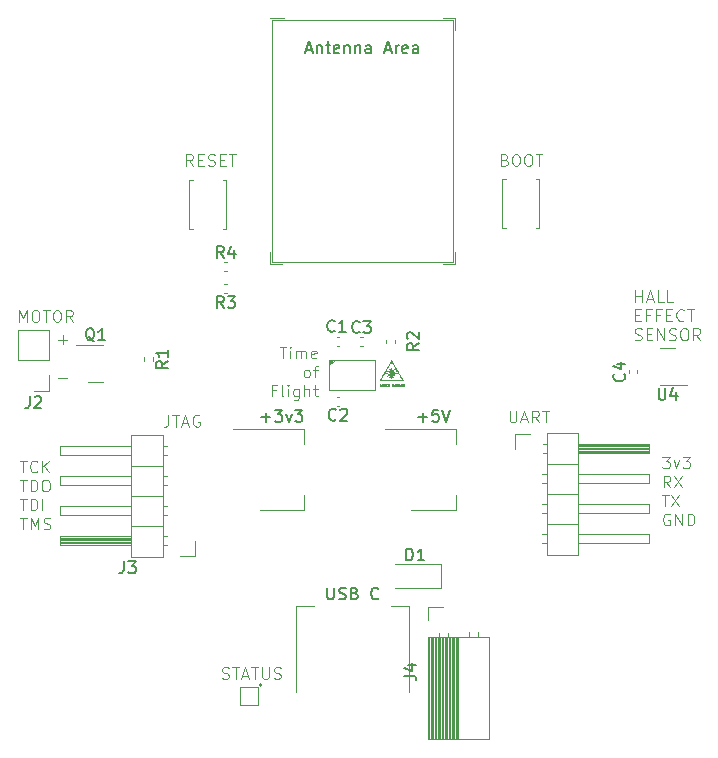
<source format=gbr>
%TF.GenerationSoftware,KiCad,Pcbnew,7.0.9-7.0.9~ubuntu22.04.1*%
%TF.CreationDate,2023-12-21T18:53:40+01:00*%
%TF.ProjectId,lidar 2 round,6c696461-7220-4322-9072-6f756e642e6b,rev?*%
%TF.SameCoordinates,Original*%
%TF.FileFunction,Legend,Top*%
%TF.FilePolarity,Positive*%
%FSLAX46Y46*%
G04 Gerber Fmt 4.6, Leading zero omitted, Abs format (unit mm)*
G04 Created by KiCad (PCBNEW 7.0.9-7.0.9~ubuntu22.04.1) date 2023-12-21 18:53:40*
%MOMM*%
%LPD*%
G01*
G04 APERTURE LIST*
%ADD10C,0.100000*%
%ADD11C,0.150000*%
%ADD12C,0.050000*%
%ADD13C,0.120000*%
%ADD14C,0.200000*%
G04 APERTURE END LIST*
D10*
X125507561Y-82306609D02*
X125174228Y-81830418D01*
X124936133Y-82306609D02*
X124936133Y-81306609D01*
X124936133Y-81306609D02*
X125317085Y-81306609D01*
X125317085Y-81306609D02*
X125412323Y-81354228D01*
X125412323Y-81354228D02*
X125459942Y-81401847D01*
X125459942Y-81401847D02*
X125507561Y-81497085D01*
X125507561Y-81497085D02*
X125507561Y-81639942D01*
X125507561Y-81639942D02*
X125459942Y-81735180D01*
X125459942Y-81735180D02*
X125412323Y-81782799D01*
X125412323Y-81782799D02*
X125317085Y-81830418D01*
X125317085Y-81830418D02*
X124936133Y-81830418D01*
X125936133Y-81782799D02*
X126269466Y-81782799D01*
X126412323Y-82306609D02*
X125936133Y-82306609D01*
X125936133Y-82306609D02*
X125936133Y-81306609D01*
X125936133Y-81306609D02*
X126412323Y-81306609D01*
X126793276Y-82258990D02*
X126936133Y-82306609D01*
X126936133Y-82306609D02*
X127174228Y-82306609D01*
X127174228Y-82306609D02*
X127269466Y-82258990D01*
X127269466Y-82258990D02*
X127317085Y-82211370D01*
X127317085Y-82211370D02*
X127364704Y-82116132D01*
X127364704Y-82116132D02*
X127364704Y-82020894D01*
X127364704Y-82020894D02*
X127317085Y-81925656D01*
X127317085Y-81925656D02*
X127269466Y-81878037D01*
X127269466Y-81878037D02*
X127174228Y-81830418D01*
X127174228Y-81830418D02*
X126983752Y-81782799D01*
X126983752Y-81782799D02*
X126888514Y-81735180D01*
X126888514Y-81735180D02*
X126840895Y-81687561D01*
X126840895Y-81687561D02*
X126793276Y-81592323D01*
X126793276Y-81592323D02*
X126793276Y-81497085D01*
X126793276Y-81497085D02*
X126840895Y-81401847D01*
X126840895Y-81401847D02*
X126888514Y-81354228D01*
X126888514Y-81354228D02*
X126983752Y-81306609D01*
X126983752Y-81306609D02*
X127221847Y-81306609D01*
X127221847Y-81306609D02*
X127364704Y-81354228D01*
X127793276Y-81782799D02*
X128126609Y-81782799D01*
X128269466Y-82306609D02*
X127793276Y-82306609D01*
X127793276Y-82306609D02*
X127793276Y-81306609D01*
X127793276Y-81306609D02*
X128269466Y-81306609D01*
X128555181Y-81306609D02*
X129126609Y-81306609D01*
X128840895Y-82306609D02*
X128840895Y-81306609D01*
X132831062Y-97595758D02*
X133402490Y-97595758D01*
X133116776Y-98595758D02*
X133116776Y-97595758D01*
X133735824Y-98595758D02*
X133735824Y-97929091D01*
X133735824Y-97595758D02*
X133688205Y-97643377D01*
X133688205Y-97643377D02*
X133735824Y-97690996D01*
X133735824Y-97690996D02*
X133783443Y-97643377D01*
X133783443Y-97643377D02*
X133735824Y-97595758D01*
X133735824Y-97595758D02*
X133735824Y-97690996D01*
X134212014Y-98595758D02*
X134212014Y-97929091D01*
X134212014Y-98024329D02*
X134259633Y-97976710D01*
X134259633Y-97976710D02*
X134354871Y-97929091D01*
X134354871Y-97929091D02*
X134497728Y-97929091D01*
X134497728Y-97929091D02*
X134592966Y-97976710D01*
X134592966Y-97976710D02*
X134640585Y-98071948D01*
X134640585Y-98071948D02*
X134640585Y-98595758D01*
X134640585Y-98071948D02*
X134688204Y-97976710D01*
X134688204Y-97976710D02*
X134783442Y-97929091D01*
X134783442Y-97929091D02*
X134926299Y-97929091D01*
X134926299Y-97929091D02*
X135021538Y-97976710D01*
X135021538Y-97976710D02*
X135069157Y-98071948D01*
X135069157Y-98071948D02*
X135069157Y-98595758D01*
X135926299Y-98548139D02*
X135831061Y-98595758D01*
X135831061Y-98595758D02*
X135640585Y-98595758D01*
X135640585Y-98595758D02*
X135545347Y-98548139D01*
X135545347Y-98548139D02*
X135497728Y-98452900D01*
X135497728Y-98452900D02*
X135497728Y-98071948D01*
X135497728Y-98071948D02*
X135545347Y-97976710D01*
X135545347Y-97976710D02*
X135640585Y-97929091D01*
X135640585Y-97929091D02*
X135831061Y-97929091D01*
X135831061Y-97929091D02*
X135926299Y-97976710D01*
X135926299Y-97976710D02*
X135973918Y-98071948D01*
X135973918Y-98071948D02*
X135973918Y-98167186D01*
X135973918Y-98167186D02*
X135497728Y-98262424D01*
X135069156Y-100205758D02*
X134973918Y-100158139D01*
X134973918Y-100158139D02*
X134926299Y-100110519D01*
X134926299Y-100110519D02*
X134878680Y-100015281D01*
X134878680Y-100015281D02*
X134878680Y-99729567D01*
X134878680Y-99729567D02*
X134926299Y-99634329D01*
X134926299Y-99634329D02*
X134973918Y-99586710D01*
X134973918Y-99586710D02*
X135069156Y-99539091D01*
X135069156Y-99539091D02*
X135212013Y-99539091D01*
X135212013Y-99539091D02*
X135307251Y-99586710D01*
X135307251Y-99586710D02*
X135354870Y-99634329D01*
X135354870Y-99634329D02*
X135402489Y-99729567D01*
X135402489Y-99729567D02*
X135402489Y-100015281D01*
X135402489Y-100015281D02*
X135354870Y-100110519D01*
X135354870Y-100110519D02*
X135307251Y-100158139D01*
X135307251Y-100158139D02*
X135212013Y-100205758D01*
X135212013Y-100205758D02*
X135069156Y-100205758D01*
X135688204Y-99539091D02*
X136069156Y-99539091D01*
X135831061Y-100205758D02*
X135831061Y-99348615D01*
X135831061Y-99348615D02*
X135878680Y-99253377D01*
X135878680Y-99253377D02*
X135973918Y-99205758D01*
X135973918Y-99205758D02*
X136069156Y-99205758D01*
X132497727Y-101291948D02*
X132164394Y-101291948D01*
X132164394Y-101815758D02*
X132164394Y-100815758D01*
X132164394Y-100815758D02*
X132640584Y-100815758D01*
X133164394Y-101815758D02*
X133069156Y-101768139D01*
X133069156Y-101768139D02*
X133021537Y-101672900D01*
X133021537Y-101672900D02*
X133021537Y-100815758D01*
X133545347Y-101815758D02*
X133545347Y-101149091D01*
X133545347Y-100815758D02*
X133497728Y-100863377D01*
X133497728Y-100863377D02*
X133545347Y-100910996D01*
X133545347Y-100910996D02*
X133592966Y-100863377D01*
X133592966Y-100863377D02*
X133545347Y-100815758D01*
X133545347Y-100815758D02*
X133545347Y-100910996D01*
X134450108Y-101149091D02*
X134450108Y-101958615D01*
X134450108Y-101958615D02*
X134402489Y-102053853D01*
X134402489Y-102053853D02*
X134354870Y-102101472D01*
X134354870Y-102101472D02*
X134259632Y-102149091D01*
X134259632Y-102149091D02*
X134116775Y-102149091D01*
X134116775Y-102149091D02*
X134021537Y-102101472D01*
X134450108Y-101768139D02*
X134354870Y-101815758D01*
X134354870Y-101815758D02*
X134164394Y-101815758D01*
X134164394Y-101815758D02*
X134069156Y-101768139D01*
X134069156Y-101768139D02*
X134021537Y-101720519D01*
X134021537Y-101720519D02*
X133973918Y-101625281D01*
X133973918Y-101625281D02*
X133973918Y-101339567D01*
X133973918Y-101339567D02*
X134021537Y-101244329D01*
X134021537Y-101244329D02*
X134069156Y-101196710D01*
X134069156Y-101196710D02*
X134164394Y-101149091D01*
X134164394Y-101149091D02*
X134354870Y-101149091D01*
X134354870Y-101149091D02*
X134450108Y-101196710D01*
X134926299Y-101815758D02*
X134926299Y-100815758D01*
X135354870Y-101815758D02*
X135354870Y-101291948D01*
X135354870Y-101291948D02*
X135307251Y-101196710D01*
X135307251Y-101196710D02*
X135212013Y-101149091D01*
X135212013Y-101149091D02*
X135069156Y-101149091D01*
X135069156Y-101149091D02*
X134973918Y-101196710D01*
X134973918Y-101196710D02*
X134926299Y-101244329D01*
X135688204Y-101149091D02*
X136069156Y-101149091D01*
X135831061Y-100815758D02*
X135831061Y-101672900D01*
X135831061Y-101672900D02*
X135878680Y-101768139D01*
X135878680Y-101768139D02*
X135973918Y-101815758D01*
X135973918Y-101815758D02*
X136069156Y-101815758D01*
X165247551Y-106907800D02*
X165866598Y-106907800D01*
X165866598Y-106907800D02*
X165533265Y-107288752D01*
X165533265Y-107288752D02*
X165676122Y-107288752D01*
X165676122Y-107288752D02*
X165771360Y-107336371D01*
X165771360Y-107336371D02*
X165818979Y-107383990D01*
X165818979Y-107383990D02*
X165866598Y-107479228D01*
X165866598Y-107479228D02*
X165866598Y-107717323D01*
X165866598Y-107717323D02*
X165818979Y-107812561D01*
X165818979Y-107812561D02*
X165771360Y-107860181D01*
X165771360Y-107860181D02*
X165676122Y-107907800D01*
X165676122Y-107907800D02*
X165390408Y-107907800D01*
X165390408Y-107907800D02*
X165295170Y-107860181D01*
X165295170Y-107860181D02*
X165247551Y-107812561D01*
X166199932Y-107241133D02*
X166438027Y-107907800D01*
X166438027Y-107907800D02*
X166676122Y-107241133D01*
X166961837Y-106907800D02*
X167580884Y-106907800D01*
X167580884Y-106907800D02*
X167247551Y-107288752D01*
X167247551Y-107288752D02*
X167390408Y-107288752D01*
X167390408Y-107288752D02*
X167485646Y-107336371D01*
X167485646Y-107336371D02*
X167533265Y-107383990D01*
X167533265Y-107383990D02*
X167580884Y-107479228D01*
X167580884Y-107479228D02*
X167580884Y-107717323D01*
X167580884Y-107717323D02*
X167533265Y-107812561D01*
X167533265Y-107812561D02*
X167485646Y-107860181D01*
X167485646Y-107860181D02*
X167390408Y-107907800D01*
X167390408Y-107907800D02*
X167104694Y-107907800D01*
X167104694Y-107907800D02*
X167009456Y-107860181D01*
X167009456Y-107860181D02*
X166961837Y-107812561D01*
X165914217Y-109517800D02*
X165580884Y-109041609D01*
X165342789Y-109517800D02*
X165342789Y-108517800D01*
X165342789Y-108517800D02*
X165723741Y-108517800D01*
X165723741Y-108517800D02*
X165818979Y-108565419D01*
X165818979Y-108565419D02*
X165866598Y-108613038D01*
X165866598Y-108613038D02*
X165914217Y-108708276D01*
X165914217Y-108708276D02*
X165914217Y-108851133D01*
X165914217Y-108851133D02*
X165866598Y-108946371D01*
X165866598Y-108946371D02*
X165818979Y-108993990D01*
X165818979Y-108993990D02*
X165723741Y-109041609D01*
X165723741Y-109041609D02*
X165342789Y-109041609D01*
X166247551Y-108517800D02*
X166914217Y-109517800D01*
X166914217Y-108517800D02*
X166247551Y-109517800D01*
X165199932Y-110127800D02*
X165771360Y-110127800D01*
X165485646Y-111127800D02*
X165485646Y-110127800D01*
X166009456Y-110127800D02*
X166676122Y-111127800D01*
X166676122Y-110127800D02*
X166009456Y-111127800D01*
X165866598Y-111785419D02*
X165771360Y-111737800D01*
X165771360Y-111737800D02*
X165628503Y-111737800D01*
X165628503Y-111737800D02*
X165485646Y-111785419D01*
X165485646Y-111785419D02*
X165390408Y-111880657D01*
X165390408Y-111880657D02*
X165342789Y-111975895D01*
X165342789Y-111975895D02*
X165295170Y-112166371D01*
X165295170Y-112166371D02*
X165295170Y-112309228D01*
X165295170Y-112309228D02*
X165342789Y-112499704D01*
X165342789Y-112499704D02*
X165390408Y-112594942D01*
X165390408Y-112594942D02*
X165485646Y-112690181D01*
X165485646Y-112690181D02*
X165628503Y-112737800D01*
X165628503Y-112737800D02*
X165723741Y-112737800D01*
X165723741Y-112737800D02*
X165866598Y-112690181D01*
X165866598Y-112690181D02*
X165914217Y-112642561D01*
X165914217Y-112642561D02*
X165914217Y-112309228D01*
X165914217Y-112309228D02*
X165723741Y-112309228D01*
X166342789Y-112737800D02*
X166342789Y-111737800D01*
X166342789Y-111737800D02*
X166914217Y-112737800D01*
X166914217Y-112737800D02*
X166914217Y-111737800D01*
X167390408Y-112737800D02*
X167390408Y-111737800D01*
X167390408Y-111737800D02*
X167628503Y-111737800D01*
X167628503Y-111737800D02*
X167771360Y-111785419D01*
X167771360Y-111785419D02*
X167866598Y-111880657D01*
X167866598Y-111880657D02*
X167914217Y-111975895D01*
X167914217Y-111975895D02*
X167961836Y-112166371D01*
X167961836Y-112166371D02*
X167961836Y-112309228D01*
X167961836Y-112309228D02*
X167914217Y-112499704D01*
X167914217Y-112499704D02*
X167866598Y-112594942D01*
X167866598Y-112594942D02*
X167771360Y-112690181D01*
X167771360Y-112690181D02*
X167628503Y-112737800D01*
X167628503Y-112737800D02*
X167390408Y-112737800D01*
X127978605Y-125690559D02*
X128121462Y-125738178D01*
X128121462Y-125738178D02*
X128359557Y-125738178D01*
X128359557Y-125738178D02*
X128454795Y-125690559D01*
X128454795Y-125690559D02*
X128502414Y-125642939D01*
X128502414Y-125642939D02*
X128550033Y-125547701D01*
X128550033Y-125547701D02*
X128550033Y-125452463D01*
X128550033Y-125452463D02*
X128502414Y-125357225D01*
X128502414Y-125357225D02*
X128454795Y-125309606D01*
X128454795Y-125309606D02*
X128359557Y-125261987D01*
X128359557Y-125261987D02*
X128169081Y-125214368D01*
X128169081Y-125214368D02*
X128073843Y-125166749D01*
X128073843Y-125166749D02*
X128026224Y-125119130D01*
X128026224Y-125119130D02*
X127978605Y-125023892D01*
X127978605Y-125023892D02*
X127978605Y-124928654D01*
X127978605Y-124928654D02*
X128026224Y-124833416D01*
X128026224Y-124833416D02*
X128073843Y-124785797D01*
X128073843Y-124785797D02*
X128169081Y-124738178D01*
X128169081Y-124738178D02*
X128407176Y-124738178D01*
X128407176Y-124738178D02*
X128550033Y-124785797D01*
X128835748Y-124738178D02*
X129407176Y-124738178D01*
X129121462Y-125738178D02*
X129121462Y-124738178D01*
X129692891Y-125452463D02*
X130169081Y-125452463D01*
X129597653Y-125738178D02*
X129930986Y-124738178D01*
X129930986Y-124738178D02*
X130264319Y-125738178D01*
X130454796Y-124738178D02*
X131026224Y-124738178D01*
X130740510Y-125738178D02*
X130740510Y-124738178D01*
X131359558Y-124738178D02*
X131359558Y-125547701D01*
X131359558Y-125547701D02*
X131407177Y-125642939D01*
X131407177Y-125642939D02*
X131454796Y-125690559D01*
X131454796Y-125690559D02*
X131550034Y-125738178D01*
X131550034Y-125738178D02*
X131740510Y-125738178D01*
X131740510Y-125738178D02*
X131835748Y-125690559D01*
X131835748Y-125690559D02*
X131883367Y-125642939D01*
X131883367Y-125642939D02*
X131930986Y-125547701D01*
X131930986Y-125547701D02*
X131930986Y-124738178D01*
X132359558Y-125690559D02*
X132502415Y-125738178D01*
X132502415Y-125738178D02*
X132740510Y-125738178D01*
X132740510Y-125738178D02*
X132835748Y-125690559D01*
X132835748Y-125690559D02*
X132883367Y-125642939D01*
X132883367Y-125642939D02*
X132930986Y-125547701D01*
X132930986Y-125547701D02*
X132930986Y-125452463D01*
X132930986Y-125452463D02*
X132883367Y-125357225D01*
X132883367Y-125357225D02*
X132835748Y-125309606D01*
X132835748Y-125309606D02*
X132740510Y-125261987D01*
X132740510Y-125261987D02*
X132550034Y-125214368D01*
X132550034Y-125214368D02*
X132454796Y-125166749D01*
X132454796Y-125166749D02*
X132407177Y-125119130D01*
X132407177Y-125119130D02*
X132359558Y-125023892D01*
X132359558Y-125023892D02*
X132359558Y-124928654D01*
X132359558Y-124928654D02*
X132407177Y-124833416D01*
X132407177Y-124833416D02*
X132454796Y-124785797D01*
X132454796Y-124785797D02*
X132550034Y-124738178D01*
X132550034Y-124738178D02*
X132788129Y-124738178D01*
X132788129Y-124738178D02*
X132930986Y-124785797D01*
X162958278Y-93832688D02*
X162958278Y-92832688D01*
X162958278Y-93308878D02*
X163529706Y-93308878D01*
X163529706Y-93832688D02*
X163529706Y-92832688D01*
X163958278Y-93546973D02*
X164434468Y-93546973D01*
X163863040Y-93832688D02*
X164196373Y-92832688D01*
X164196373Y-92832688D02*
X164529706Y-93832688D01*
X165339230Y-93832688D02*
X164863040Y-93832688D01*
X164863040Y-93832688D02*
X164863040Y-92832688D01*
X166148754Y-93832688D02*
X165672564Y-93832688D01*
X165672564Y-93832688D02*
X165672564Y-92832688D01*
X162958278Y-94918878D02*
X163291611Y-94918878D01*
X163434468Y-95442688D02*
X162958278Y-95442688D01*
X162958278Y-95442688D02*
X162958278Y-94442688D01*
X162958278Y-94442688D02*
X163434468Y-94442688D01*
X164196373Y-94918878D02*
X163863040Y-94918878D01*
X163863040Y-95442688D02*
X163863040Y-94442688D01*
X163863040Y-94442688D02*
X164339230Y-94442688D01*
X165053516Y-94918878D02*
X164720183Y-94918878D01*
X164720183Y-95442688D02*
X164720183Y-94442688D01*
X164720183Y-94442688D02*
X165196373Y-94442688D01*
X165577326Y-94918878D02*
X165910659Y-94918878D01*
X166053516Y-95442688D02*
X165577326Y-95442688D01*
X165577326Y-95442688D02*
X165577326Y-94442688D01*
X165577326Y-94442688D02*
X166053516Y-94442688D01*
X167053516Y-95347449D02*
X167005897Y-95395069D01*
X167005897Y-95395069D02*
X166863040Y-95442688D01*
X166863040Y-95442688D02*
X166767802Y-95442688D01*
X166767802Y-95442688D02*
X166624945Y-95395069D01*
X166624945Y-95395069D02*
X166529707Y-95299830D01*
X166529707Y-95299830D02*
X166482088Y-95204592D01*
X166482088Y-95204592D02*
X166434469Y-95014116D01*
X166434469Y-95014116D02*
X166434469Y-94871259D01*
X166434469Y-94871259D02*
X166482088Y-94680783D01*
X166482088Y-94680783D02*
X166529707Y-94585545D01*
X166529707Y-94585545D02*
X166624945Y-94490307D01*
X166624945Y-94490307D02*
X166767802Y-94442688D01*
X166767802Y-94442688D02*
X166863040Y-94442688D01*
X166863040Y-94442688D02*
X167005897Y-94490307D01*
X167005897Y-94490307D02*
X167053516Y-94537926D01*
X167339231Y-94442688D02*
X167910659Y-94442688D01*
X167624945Y-95442688D02*
X167624945Y-94442688D01*
X162910659Y-97005069D02*
X163053516Y-97052688D01*
X163053516Y-97052688D02*
X163291611Y-97052688D01*
X163291611Y-97052688D02*
X163386849Y-97005069D01*
X163386849Y-97005069D02*
X163434468Y-96957449D01*
X163434468Y-96957449D02*
X163482087Y-96862211D01*
X163482087Y-96862211D02*
X163482087Y-96766973D01*
X163482087Y-96766973D02*
X163434468Y-96671735D01*
X163434468Y-96671735D02*
X163386849Y-96624116D01*
X163386849Y-96624116D02*
X163291611Y-96576497D01*
X163291611Y-96576497D02*
X163101135Y-96528878D01*
X163101135Y-96528878D02*
X163005897Y-96481259D01*
X163005897Y-96481259D02*
X162958278Y-96433640D01*
X162958278Y-96433640D02*
X162910659Y-96338402D01*
X162910659Y-96338402D02*
X162910659Y-96243164D01*
X162910659Y-96243164D02*
X162958278Y-96147926D01*
X162958278Y-96147926D02*
X163005897Y-96100307D01*
X163005897Y-96100307D02*
X163101135Y-96052688D01*
X163101135Y-96052688D02*
X163339230Y-96052688D01*
X163339230Y-96052688D02*
X163482087Y-96100307D01*
X163910659Y-96528878D02*
X164243992Y-96528878D01*
X164386849Y-97052688D02*
X163910659Y-97052688D01*
X163910659Y-97052688D02*
X163910659Y-96052688D01*
X163910659Y-96052688D02*
X164386849Y-96052688D01*
X164815421Y-97052688D02*
X164815421Y-96052688D01*
X164815421Y-96052688D02*
X165386849Y-97052688D01*
X165386849Y-97052688D02*
X165386849Y-96052688D01*
X165815421Y-97005069D02*
X165958278Y-97052688D01*
X165958278Y-97052688D02*
X166196373Y-97052688D01*
X166196373Y-97052688D02*
X166291611Y-97005069D01*
X166291611Y-97005069D02*
X166339230Y-96957449D01*
X166339230Y-96957449D02*
X166386849Y-96862211D01*
X166386849Y-96862211D02*
X166386849Y-96766973D01*
X166386849Y-96766973D02*
X166339230Y-96671735D01*
X166339230Y-96671735D02*
X166291611Y-96624116D01*
X166291611Y-96624116D02*
X166196373Y-96576497D01*
X166196373Y-96576497D02*
X166005897Y-96528878D01*
X166005897Y-96528878D02*
X165910659Y-96481259D01*
X165910659Y-96481259D02*
X165863040Y-96433640D01*
X165863040Y-96433640D02*
X165815421Y-96338402D01*
X165815421Y-96338402D02*
X165815421Y-96243164D01*
X165815421Y-96243164D02*
X165863040Y-96147926D01*
X165863040Y-96147926D02*
X165910659Y-96100307D01*
X165910659Y-96100307D02*
X166005897Y-96052688D01*
X166005897Y-96052688D02*
X166243992Y-96052688D01*
X166243992Y-96052688D02*
X166386849Y-96100307D01*
X167005897Y-96052688D02*
X167196373Y-96052688D01*
X167196373Y-96052688D02*
X167291611Y-96100307D01*
X167291611Y-96100307D02*
X167386849Y-96195545D01*
X167386849Y-96195545D02*
X167434468Y-96386021D01*
X167434468Y-96386021D02*
X167434468Y-96719354D01*
X167434468Y-96719354D02*
X167386849Y-96909830D01*
X167386849Y-96909830D02*
X167291611Y-97005069D01*
X167291611Y-97005069D02*
X167196373Y-97052688D01*
X167196373Y-97052688D02*
X167005897Y-97052688D01*
X167005897Y-97052688D02*
X166910659Y-97005069D01*
X166910659Y-97005069D02*
X166815421Y-96909830D01*
X166815421Y-96909830D02*
X166767802Y-96719354D01*
X166767802Y-96719354D02*
X166767802Y-96386021D01*
X166767802Y-96386021D02*
X166815421Y-96195545D01*
X166815421Y-96195545D02*
X166910659Y-96100307D01*
X166910659Y-96100307D02*
X167005897Y-96052688D01*
X168434468Y-97052688D02*
X168101135Y-96576497D01*
X167863040Y-97052688D02*
X167863040Y-96052688D01*
X167863040Y-96052688D02*
X168243992Y-96052688D01*
X168243992Y-96052688D02*
X168339230Y-96100307D01*
X168339230Y-96100307D02*
X168386849Y-96147926D01*
X168386849Y-96147926D02*
X168434468Y-96243164D01*
X168434468Y-96243164D02*
X168434468Y-96386021D01*
X168434468Y-96386021D02*
X168386849Y-96481259D01*
X168386849Y-96481259D02*
X168339230Y-96528878D01*
X168339230Y-96528878D02*
X168243992Y-96576497D01*
X168243992Y-96576497D02*
X167863040Y-96576497D01*
X110846636Y-107252264D02*
X111418064Y-107252264D01*
X111132350Y-108252264D02*
X111132350Y-107252264D01*
X112322826Y-108157025D02*
X112275207Y-108204645D01*
X112275207Y-108204645D02*
X112132350Y-108252264D01*
X112132350Y-108252264D02*
X112037112Y-108252264D01*
X112037112Y-108252264D02*
X111894255Y-108204645D01*
X111894255Y-108204645D02*
X111799017Y-108109406D01*
X111799017Y-108109406D02*
X111751398Y-108014168D01*
X111751398Y-108014168D02*
X111703779Y-107823692D01*
X111703779Y-107823692D02*
X111703779Y-107680835D01*
X111703779Y-107680835D02*
X111751398Y-107490359D01*
X111751398Y-107490359D02*
X111799017Y-107395121D01*
X111799017Y-107395121D02*
X111894255Y-107299883D01*
X111894255Y-107299883D02*
X112037112Y-107252264D01*
X112037112Y-107252264D02*
X112132350Y-107252264D01*
X112132350Y-107252264D02*
X112275207Y-107299883D01*
X112275207Y-107299883D02*
X112322826Y-107347502D01*
X112751398Y-108252264D02*
X112751398Y-107252264D01*
X113322826Y-108252264D02*
X112894255Y-107680835D01*
X113322826Y-107252264D02*
X112751398Y-107823692D01*
X110846636Y-108862264D02*
X111418064Y-108862264D01*
X111132350Y-109862264D02*
X111132350Y-108862264D01*
X111751398Y-109862264D02*
X111751398Y-108862264D01*
X111751398Y-108862264D02*
X111989493Y-108862264D01*
X111989493Y-108862264D02*
X112132350Y-108909883D01*
X112132350Y-108909883D02*
X112227588Y-109005121D01*
X112227588Y-109005121D02*
X112275207Y-109100359D01*
X112275207Y-109100359D02*
X112322826Y-109290835D01*
X112322826Y-109290835D02*
X112322826Y-109433692D01*
X112322826Y-109433692D02*
X112275207Y-109624168D01*
X112275207Y-109624168D02*
X112227588Y-109719406D01*
X112227588Y-109719406D02*
X112132350Y-109814645D01*
X112132350Y-109814645D02*
X111989493Y-109862264D01*
X111989493Y-109862264D02*
X111751398Y-109862264D01*
X112941874Y-108862264D02*
X113132350Y-108862264D01*
X113132350Y-108862264D02*
X113227588Y-108909883D01*
X113227588Y-108909883D02*
X113322826Y-109005121D01*
X113322826Y-109005121D02*
X113370445Y-109195597D01*
X113370445Y-109195597D02*
X113370445Y-109528930D01*
X113370445Y-109528930D02*
X113322826Y-109719406D01*
X113322826Y-109719406D02*
X113227588Y-109814645D01*
X113227588Y-109814645D02*
X113132350Y-109862264D01*
X113132350Y-109862264D02*
X112941874Y-109862264D01*
X112941874Y-109862264D02*
X112846636Y-109814645D01*
X112846636Y-109814645D02*
X112751398Y-109719406D01*
X112751398Y-109719406D02*
X112703779Y-109528930D01*
X112703779Y-109528930D02*
X112703779Y-109195597D01*
X112703779Y-109195597D02*
X112751398Y-109005121D01*
X112751398Y-109005121D02*
X112846636Y-108909883D01*
X112846636Y-108909883D02*
X112941874Y-108862264D01*
X110846636Y-110472264D02*
X111418064Y-110472264D01*
X111132350Y-111472264D02*
X111132350Y-110472264D01*
X111751398Y-111472264D02*
X111751398Y-110472264D01*
X111751398Y-110472264D02*
X111989493Y-110472264D01*
X111989493Y-110472264D02*
X112132350Y-110519883D01*
X112132350Y-110519883D02*
X112227588Y-110615121D01*
X112227588Y-110615121D02*
X112275207Y-110710359D01*
X112275207Y-110710359D02*
X112322826Y-110900835D01*
X112322826Y-110900835D02*
X112322826Y-111043692D01*
X112322826Y-111043692D02*
X112275207Y-111234168D01*
X112275207Y-111234168D02*
X112227588Y-111329406D01*
X112227588Y-111329406D02*
X112132350Y-111424645D01*
X112132350Y-111424645D02*
X111989493Y-111472264D01*
X111989493Y-111472264D02*
X111751398Y-111472264D01*
X112751398Y-111472264D02*
X112751398Y-110472264D01*
X110846636Y-112082264D02*
X111418064Y-112082264D01*
X111132350Y-113082264D02*
X111132350Y-112082264D01*
X111751398Y-113082264D02*
X111751398Y-112082264D01*
X111751398Y-112082264D02*
X112084731Y-112796549D01*
X112084731Y-112796549D02*
X112418064Y-112082264D01*
X112418064Y-112082264D02*
X112418064Y-113082264D01*
X112846636Y-113034645D02*
X112989493Y-113082264D01*
X112989493Y-113082264D02*
X113227588Y-113082264D01*
X113227588Y-113082264D02*
X113322826Y-113034645D01*
X113322826Y-113034645D02*
X113370445Y-112987025D01*
X113370445Y-112987025D02*
X113418064Y-112891787D01*
X113418064Y-112891787D02*
X113418064Y-112796549D01*
X113418064Y-112796549D02*
X113370445Y-112701311D01*
X113370445Y-112701311D02*
X113322826Y-112653692D01*
X113322826Y-112653692D02*
X113227588Y-112606073D01*
X113227588Y-112606073D02*
X113037112Y-112558454D01*
X113037112Y-112558454D02*
X112941874Y-112510835D01*
X112941874Y-112510835D02*
X112894255Y-112463216D01*
X112894255Y-112463216D02*
X112846636Y-112367978D01*
X112846636Y-112367978D02*
X112846636Y-112272740D01*
X112846636Y-112272740D02*
X112894255Y-112177502D01*
X112894255Y-112177502D02*
X112941874Y-112129883D01*
X112941874Y-112129883D02*
X113037112Y-112082264D01*
X113037112Y-112082264D02*
X113275207Y-112082264D01*
X113275207Y-112082264D02*
X113418064Y-112129883D01*
X151894271Y-81783134D02*
X152037128Y-81830753D01*
X152037128Y-81830753D02*
X152084747Y-81878372D01*
X152084747Y-81878372D02*
X152132366Y-81973610D01*
X152132366Y-81973610D02*
X152132366Y-82116467D01*
X152132366Y-82116467D02*
X152084747Y-82211705D01*
X152084747Y-82211705D02*
X152037128Y-82259325D01*
X152037128Y-82259325D02*
X151941890Y-82306944D01*
X151941890Y-82306944D02*
X151560938Y-82306944D01*
X151560938Y-82306944D02*
X151560938Y-81306944D01*
X151560938Y-81306944D02*
X151894271Y-81306944D01*
X151894271Y-81306944D02*
X151989509Y-81354563D01*
X151989509Y-81354563D02*
X152037128Y-81402182D01*
X152037128Y-81402182D02*
X152084747Y-81497420D01*
X152084747Y-81497420D02*
X152084747Y-81592658D01*
X152084747Y-81592658D02*
X152037128Y-81687896D01*
X152037128Y-81687896D02*
X151989509Y-81735515D01*
X151989509Y-81735515D02*
X151894271Y-81783134D01*
X151894271Y-81783134D02*
X151560938Y-81783134D01*
X152751414Y-81306944D02*
X152941890Y-81306944D01*
X152941890Y-81306944D02*
X153037128Y-81354563D01*
X153037128Y-81354563D02*
X153132366Y-81449801D01*
X153132366Y-81449801D02*
X153179985Y-81640277D01*
X153179985Y-81640277D02*
X153179985Y-81973610D01*
X153179985Y-81973610D02*
X153132366Y-82164086D01*
X153132366Y-82164086D02*
X153037128Y-82259325D01*
X153037128Y-82259325D02*
X152941890Y-82306944D01*
X152941890Y-82306944D02*
X152751414Y-82306944D01*
X152751414Y-82306944D02*
X152656176Y-82259325D01*
X152656176Y-82259325D02*
X152560938Y-82164086D01*
X152560938Y-82164086D02*
X152513319Y-81973610D01*
X152513319Y-81973610D02*
X152513319Y-81640277D01*
X152513319Y-81640277D02*
X152560938Y-81449801D01*
X152560938Y-81449801D02*
X152656176Y-81354563D01*
X152656176Y-81354563D02*
X152751414Y-81306944D01*
X153799033Y-81306944D02*
X153989509Y-81306944D01*
X153989509Y-81306944D02*
X154084747Y-81354563D01*
X154084747Y-81354563D02*
X154179985Y-81449801D01*
X154179985Y-81449801D02*
X154227604Y-81640277D01*
X154227604Y-81640277D02*
X154227604Y-81973610D01*
X154227604Y-81973610D02*
X154179985Y-82164086D01*
X154179985Y-82164086D02*
X154084747Y-82259325D01*
X154084747Y-82259325D02*
X153989509Y-82306944D01*
X153989509Y-82306944D02*
X153799033Y-82306944D01*
X153799033Y-82306944D02*
X153703795Y-82259325D01*
X153703795Y-82259325D02*
X153608557Y-82164086D01*
X153608557Y-82164086D02*
X153560938Y-81973610D01*
X153560938Y-81973610D02*
X153560938Y-81640277D01*
X153560938Y-81640277D02*
X153608557Y-81449801D01*
X153608557Y-81449801D02*
X153703795Y-81354563D01*
X153703795Y-81354563D02*
X153799033Y-81306944D01*
X154513319Y-81306944D02*
X155084747Y-81306944D01*
X154799033Y-82306944D02*
X154799033Y-81306944D01*
X123424582Y-103371522D02*
X123424582Y-104085807D01*
X123424582Y-104085807D02*
X123376963Y-104228664D01*
X123376963Y-104228664D02*
X123281725Y-104323903D01*
X123281725Y-104323903D02*
X123138868Y-104371522D01*
X123138868Y-104371522D02*
X123043630Y-104371522D01*
X123757916Y-103371522D02*
X124329344Y-103371522D01*
X124043630Y-104371522D02*
X124043630Y-103371522D01*
X124615059Y-104085807D02*
X125091249Y-104085807D01*
X124519821Y-104371522D02*
X124853154Y-103371522D01*
X124853154Y-103371522D02*
X125186487Y-104371522D01*
X126043630Y-103419141D02*
X125948392Y-103371522D01*
X125948392Y-103371522D02*
X125805535Y-103371522D01*
X125805535Y-103371522D02*
X125662678Y-103419141D01*
X125662678Y-103419141D02*
X125567440Y-103514379D01*
X125567440Y-103514379D02*
X125519821Y-103609617D01*
X125519821Y-103609617D02*
X125472202Y-103800093D01*
X125472202Y-103800093D02*
X125472202Y-103942950D01*
X125472202Y-103942950D02*
X125519821Y-104133426D01*
X125519821Y-104133426D02*
X125567440Y-104228664D01*
X125567440Y-104228664D02*
X125662678Y-104323903D01*
X125662678Y-104323903D02*
X125805535Y-104371522D01*
X125805535Y-104371522D02*
X125900773Y-104371522D01*
X125900773Y-104371522D02*
X126043630Y-104323903D01*
X126043630Y-104323903D02*
X126091249Y-104276283D01*
X126091249Y-104276283D02*
X126091249Y-103942950D01*
X126091249Y-103942950D02*
X125900773Y-103942950D01*
X110744249Y-95499523D02*
X110744249Y-94499523D01*
X110744249Y-94499523D02*
X111077582Y-95213808D01*
X111077582Y-95213808D02*
X111410915Y-94499523D01*
X111410915Y-94499523D02*
X111410915Y-95499523D01*
X112077582Y-94499523D02*
X112268058Y-94499523D01*
X112268058Y-94499523D02*
X112363296Y-94547142D01*
X112363296Y-94547142D02*
X112458534Y-94642380D01*
X112458534Y-94642380D02*
X112506153Y-94832856D01*
X112506153Y-94832856D02*
X112506153Y-95166189D01*
X112506153Y-95166189D02*
X112458534Y-95356665D01*
X112458534Y-95356665D02*
X112363296Y-95451904D01*
X112363296Y-95451904D02*
X112268058Y-95499523D01*
X112268058Y-95499523D02*
X112077582Y-95499523D01*
X112077582Y-95499523D02*
X111982344Y-95451904D01*
X111982344Y-95451904D02*
X111887106Y-95356665D01*
X111887106Y-95356665D02*
X111839487Y-95166189D01*
X111839487Y-95166189D02*
X111839487Y-94832856D01*
X111839487Y-94832856D02*
X111887106Y-94642380D01*
X111887106Y-94642380D02*
X111982344Y-94547142D01*
X111982344Y-94547142D02*
X112077582Y-94499523D01*
X112791868Y-94499523D02*
X113363296Y-94499523D01*
X113077582Y-95499523D02*
X113077582Y-94499523D01*
X113887106Y-94499523D02*
X114077582Y-94499523D01*
X114077582Y-94499523D02*
X114172820Y-94547142D01*
X114172820Y-94547142D02*
X114268058Y-94642380D01*
X114268058Y-94642380D02*
X114315677Y-94832856D01*
X114315677Y-94832856D02*
X114315677Y-95166189D01*
X114315677Y-95166189D02*
X114268058Y-95356665D01*
X114268058Y-95356665D02*
X114172820Y-95451904D01*
X114172820Y-95451904D02*
X114077582Y-95499523D01*
X114077582Y-95499523D02*
X113887106Y-95499523D01*
X113887106Y-95499523D02*
X113791868Y-95451904D01*
X113791868Y-95451904D02*
X113696630Y-95356665D01*
X113696630Y-95356665D02*
X113649011Y-95166189D01*
X113649011Y-95166189D02*
X113649011Y-94832856D01*
X113649011Y-94832856D02*
X113696630Y-94642380D01*
X113696630Y-94642380D02*
X113791868Y-94547142D01*
X113791868Y-94547142D02*
X113887106Y-94499523D01*
X115315677Y-95499523D02*
X114982344Y-95023332D01*
X114744249Y-95499523D02*
X114744249Y-94499523D01*
X114744249Y-94499523D02*
X115125201Y-94499523D01*
X115125201Y-94499523D02*
X115220439Y-94547142D01*
X115220439Y-94547142D02*
X115268058Y-94594761D01*
X115268058Y-94594761D02*
X115315677Y-94689999D01*
X115315677Y-94689999D02*
X115315677Y-94832856D01*
X115315677Y-94832856D02*
X115268058Y-94928094D01*
X115268058Y-94928094D02*
X115220439Y-94975713D01*
X115220439Y-94975713D02*
X115125201Y-95023332D01*
X115125201Y-95023332D02*
X114744249Y-95023332D01*
X152311634Y-103008994D02*
X152311634Y-103818517D01*
X152311634Y-103818517D02*
X152359253Y-103913755D01*
X152359253Y-103913755D02*
X152406872Y-103961375D01*
X152406872Y-103961375D02*
X152502110Y-104008994D01*
X152502110Y-104008994D02*
X152692586Y-104008994D01*
X152692586Y-104008994D02*
X152787824Y-103961375D01*
X152787824Y-103961375D02*
X152835443Y-103913755D01*
X152835443Y-103913755D02*
X152883062Y-103818517D01*
X152883062Y-103818517D02*
X152883062Y-103008994D01*
X153311634Y-103723279D02*
X153787824Y-103723279D01*
X153216396Y-104008994D02*
X153549729Y-103008994D01*
X153549729Y-103008994D02*
X153883062Y-104008994D01*
X154787824Y-104008994D02*
X154454491Y-103532803D01*
X154216396Y-104008994D02*
X154216396Y-103008994D01*
X154216396Y-103008994D02*
X154597348Y-103008994D01*
X154597348Y-103008994D02*
X154692586Y-103056613D01*
X154692586Y-103056613D02*
X154740205Y-103104232D01*
X154740205Y-103104232D02*
X154787824Y-103199470D01*
X154787824Y-103199470D02*
X154787824Y-103342327D01*
X154787824Y-103342327D02*
X154740205Y-103437565D01*
X154740205Y-103437565D02*
X154692586Y-103485184D01*
X154692586Y-103485184D02*
X154597348Y-103532803D01*
X154597348Y-103532803D02*
X154216396Y-103532803D01*
X155073539Y-103008994D02*
X155644967Y-103008994D01*
X155359253Y-104008994D02*
X155359253Y-103008994D01*
X114095884Y-97025772D02*
X114857789Y-97025772D01*
X114476836Y-97406725D02*
X114476836Y-96644820D01*
X114095884Y-100245772D02*
X114857789Y-100245772D01*
D11*
X161994711Y-99896667D02*
X162042331Y-99944286D01*
X162042331Y-99944286D02*
X162089950Y-100087143D01*
X162089950Y-100087143D02*
X162089950Y-100182381D01*
X162089950Y-100182381D02*
X162042331Y-100325238D01*
X162042331Y-100325238D02*
X161947092Y-100420476D01*
X161947092Y-100420476D02*
X161851854Y-100468095D01*
X161851854Y-100468095D02*
X161661378Y-100515714D01*
X161661378Y-100515714D02*
X161518521Y-100515714D01*
X161518521Y-100515714D02*
X161328045Y-100468095D01*
X161328045Y-100468095D02*
X161232807Y-100420476D01*
X161232807Y-100420476D02*
X161137569Y-100325238D01*
X161137569Y-100325238D02*
X161089950Y-100182381D01*
X161089950Y-100182381D02*
X161089950Y-100087143D01*
X161089950Y-100087143D02*
X161137569Y-99944286D01*
X161137569Y-99944286D02*
X161185188Y-99896667D01*
X161423283Y-99039524D02*
X162089950Y-99039524D01*
X161042331Y-99277619D02*
X161756616Y-99515714D01*
X161756616Y-99515714D02*
X161756616Y-98896667D01*
X135088094Y-72469104D02*
X135564284Y-72469104D01*
X134992856Y-72754819D02*
X135326189Y-71754819D01*
X135326189Y-71754819D02*
X135659522Y-72754819D01*
X135992856Y-72088152D02*
X135992856Y-72754819D01*
X135992856Y-72183390D02*
X136040475Y-72135771D01*
X136040475Y-72135771D02*
X136135713Y-72088152D01*
X136135713Y-72088152D02*
X136278570Y-72088152D01*
X136278570Y-72088152D02*
X136373808Y-72135771D01*
X136373808Y-72135771D02*
X136421427Y-72231009D01*
X136421427Y-72231009D02*
X136421427Y-72754819D01*
X136754761Y-72088152D02*
X137135713Y-72088152D01*
X136897618Y-71754819D02*
X136897618Y-72611961D01*
X136897618Y-72611961D02*
X136945237Y-72707200D01*
X136945237Y-72707200D02*
X137040475Y-72754819D01*
X137040475Y-72754819D02*
X137135713Y-72754819D01*
X137849999Y-72707200D02*
X137754761Y-72754819D01*
X137754761Y-72754819D02*
X137564285Y-72754819D01*
X137564285Y-72754819D02*
X137469047Y-72707200D01*
X137469047Y-72707200D02*
X137421428Y-72611961D01*
X137421428Y-72611961D02*
X137421428Y-72231009D01*
X137421428Y-72231009D02*
X137469047Y-72135771D01*
X137469047Y-72135771D02*
X137564285Y-72088152D01*
X137564285Y-72088152D02*
X137754761Y-72088152D01*
X137754761Y-72088152D02*
X137849999Y-72135771D01*
X137849999Y-72135771D02*
X137897618Y-72231009D01*
X137897618Y-72231009D02*
X137897618Y-72326247D01*
X137897618Y-72326247D02*
X137421428Y-72421485D01*
X138326190Y-72088152D02*
X138326190Y-72754819D01*
X138326190Y-72183390D02*
X138373809Y-72135771D01*
X138373809Y-72135771D02*
X138469047Y-72088152D01*
X138469047Y-72088152D02*
X138611904Y-72088152D01*
X138611904Y-72088152D02*
X138707142Y-72135771D01*
X138707142Y-72135771D02*
X138754761Y-72231009D01*
X138754761Y-72231009D02*
X138754761Y-72754819D01*
X139230952Y-72088152D02*
X139230952Y-72754819D01*
X139230952Y-72183390D02*
X139278571Y-72135771D01*
X139278571Y-72135771D02*
X139373809Y-72088152D01*
X139373809Y-72088152D02*
X139516666Y-72088152D01*
X139516666Y-72088152D02*
X139611904Y-72135771D01*
X139611904Y-72135771D02*
X139659523Y-72231009D01*
X139659523Y-72231009D02*
X139659523Y-72754819D01*
X140564285Y-72754819D02*
X140564285Y-72231009D01*
X140564285Y-72231009D02*
X140516666Y-72135771D01*
X140516666Y-72135771D02*
X140421428Y-72088152D01*
X140421428Y-72088152D02*
X140230952Y-72088152D01*
X140230952Y-72088152D02*
X140135714Y-72135771D01*
X140564285Y-72707200D02*
X140469047Y-72754819D01*
X140469047Y-72754819D02*
X140230952Y-72754819D01*
X140230952Y-72754819D02*
X140135714Y-72707200D01*
X140135714Y-72707200D02*
X140088095Y-72611961D01*
X140088095Y-72611961D02*
X140088095Y-72516723D01*
X140088095Y-72516723D02*
X140135714Y-72421485D01*
X140135714Y-72421485D02*
X140230952Y-72373866D01*
X140230952Y-72373866D02*
X140469047Y-72373866D01*
X140469047Y-72373866D02*
X140564285Y-72326247D01*
X141754762Y-72469104D02*
X142230952Y-72469104D01*
X141659524Y-72754819D02*
X141992857Y-71754819D01*
X141992857Y-71754819D02*
X142326190Y-72754819D01*
X142659524Y-72754819D02*
X142659524Y-72088152D01*
X142659524Y-72278628D02*
X142707143Y-72183390D01*
X142707143Y-72183390D02*
X142754762Y-72135771D01*
X142754762Y-72135771D02*
X142850000Y-72088152D01*
X142850000Y-72088152D02*
X142945238Y-72088152D01*
X143659524Y-72707200D02*
X143564286Y-72754819D01*
X143564286Y-72754819D02*
X143373810Y-72754819D01*
X143373810Y-72754819D02*
X143278572Y-72707200D01*
X143278572Y-72707200D02*
X143230953Y-72611961D01*
X143230953Y-72611961D02*
X143230953Y-72231009D01*
X143230953Y-72231009D02*
X143278572Y-72135771D01*
X143278572Y-72135771D02*
X143373810Y-72088152D01*
X143373810Y-72088152D02*
X143564286Y-72088152D01*
X143564286Y-72088152D02*
X143659524Y-72135771D01*
X143659524Y-72135771D02*
X143707143Y-72231009D01*
X143707143Y-72231009D02*
X143707143Y-72326247D01*
X143707143Y-72326247D02*
X143230953Y-72421485D01*
X144564286Y-72754819D02*
X144564286Y-72231009D01*
X144564286Y-72231009D02*
X144516667Y-72135771D01*
X144516667Y-72135771D02*
X144421429Y-72088152D01*
X144421429Y-72088152D02*
X144230953Y-72088152D01*
X144230953Y-72088152D02*
X144135715Y-72135771D01*
X144564286Y-72707200D02*
X144469048Y-72754819D01*
X144469048Y-72754819D02*
X144230953Y-72754819D01*
X144230953Y-72754819D02*
X144135715Y-72707200D01*
X144135715Y-72707200D02*
X144088096Y-72611961D01*
X144088096Y-72611961D02*
X144088096Y-72516723D01*
X144088096Y-72516723D02*
X144135715Y-72421485D01*
X144135715Y-72421485D02*
X144230953Y-72373866D01*
X144230953Y-72373866D02*
X144469048Y-72373866D01*
X144469048Y-72373866D02*
X144564286Y-72326247D01*
X143394819Y-125463333D02*
X144109104Y-125463333D01*
X144109104Y-125463333D02*
X144251961Y-125510952D01*
X144251961Y-125510952D02*
X144347200Y-125606190D01*
X144347200Y-125606190D02*
X144394819Y-125749047D01*
X144394819Y-125749047D02*
X144394819Y-125844285D01*
X143728152Y-124558571D02*
X144394819Y-124558571D01*
X143347200Y-124796666D02*
X144061485Y-125034761D01*
X144061485Y-125034761D02*
X144061485Y-124415714D01*
X164925595Y-101104819D02*
X164925595Y-101914342D01*
X164925595Y-101914342D02*
X164973214Y-102009580D01*
X164973214Y-102009580D02*
X165020833Y-102057200D01*
X165020833Y-102057200D02*
X165116071Y-102104819D01*
X165116071Y-102104819D02*
X165306547Y-102104819D01*
X165306547Y-102104819D02*
X165401785Y-102057200D01*
X165401785Y-102057200D02*
X165449404Y-102009580D01*
X165449404Y-102009580D02*
X165497023Y-101914342D01*
X165497023Y-101914342D02*
X165497023Y-101104819D01*
X166401785Y-101438152D02*
X166401785Y-102104819D01*
X166163690Y-101057200D02*
X165925595Y-101771485D01*
X165925595Y-101771485D02*
X166544642Y-101771485D01*
X119656666Y-115774819D02*
X119656666Y-116489104D01*
X119656666Y-116489104D02*
X119609047Y-116631961D01*
X119609047Y-116631961D02*
X119513809Y-116727200D01*
X119513809Y-116727200D02*
X119370952Y-116774819D01*
X119370952Y-116774819D02*
X119275714Y-116774819D01*
X120037619Y-115774819D02*
X120656666Y-115774819D01*
X120656666Y-115774819D02*
X120323333Y-116155771D01*
X120323333Y-116155771D02*
X120466190Y-116155771D01*
X120466190Y-116155771D02*
X120561428Y-116203390D01*
X120561428Y-116203390D02*
X120609047Y-116251009D01*
X120609047Y-116251009D02*
X120656666Y-116346247D01*
X120656666Y-116346247D02*
X120656666Y-116584342D01*
X120656666Y-116584342D02*
X120609047Y-116679580D01*
X120609047Y-116679580D02*
X120561428Y-116727200D01*
X120561428Y-116727200D02*
X120466190Y-116774819D01*
X120466190Y-116774819D02*
X120180476Y-116774819D01*
X120180476Y-116774819D02*
X120085238Y-116727200D01*
X120085238Y-116727200D02*
X120037619Y-116679580D01*
X128103333Y-94334819D02*
X127770000Y-93858628D01*
X127531905Y-94334819D02*
X127531905Y-93334819D01*
X127531905Y-93334819D02*
X127912857Y-93334819D01*
X127912857Y-93334819D02*
X128008095Y-93382438D01*
X128008095Y-93382438D02*
X128055714Y-93430057D01*
X128055714Y-93430057D02*
X128103333Y-93525295D01*
X128103333Y-93525295D02*
X128103333Y-93668152D01*
X128103333Y-93668152D02*
X128055714Y-93763390D01*
X128055714Y-93763390D02*
X128008095Y-93811009D01*
X128008095Y-93811009D02*
X127912857Y-93858628D01*
X127912857Y-93858628D02*
X127531905Y-93858628D01*
X128436667Y-93334819D02*
X129055714Y-93334819D01*
X129055714Y-93334819D02*
X128722381Y-93715771D01*
X128722381Y-93715771D02*
X128865238Y-93715771D01*
X128865238Y-93715771D02*
X128960476Y-93763390D01*
X128960476Y-93763390D02*
X129008095Y-93811009D01*
X129008095Y-93811009D02*
X129055714Y-93906247D01*
X129055714Y-93906247D02*
X129055714Y-94144342D01*
X129055714Y-94144342D02*
X129008095Y-94239580D01*
X129008095Y-94239580D02*
X128960476Y-94287200D01*
X128960476Y-94287200D02*
X128865238Y-94334819D01*
X128865238Y-94334819D02*
X128579524Y-94334819D01*
X128579524Y-94334819D02*
X128484286Y-94287200D01*
X128484286Y-94287200D02*
X128436667Y-94239580D01*
X111666666Y-101809819D02*
X111666666Y-102524104D01*
X111666666Y-102524104D02*
X111619047Y-102666961D01*
X111619047Y-102666961D02*
X111523809Y-102762200D01*
X111523809Y-102762200D02*
X111380952Y-102809819D01*
X111380952Y-102809819D02*
X111285714Y-102809819D01*
X112095238Y-101905057D02*
X112142857Y-101857438D01*
X112142857Y-101857438D02*
X112238095Y-101809819D01*
X112238095Y-101809819D02*
X112476190Y-101809819D01*
X112476190Y-101809819D02*
X112571428Y-101857438D01*
X112571428Y-101857438D02*
X112619047Y-101905057D01*
X112619047Y-101905057D02*
X112666666Y-102000295D01*
X112666666Y-102000295D02*
X112666666Y-102095533D01*
X112666666Y-102095533D02*
X112619047Y-102238390D01*
X112619047Y-102238390D02*
X112047619Y-102809819D01*
X112047619Y-102809819D02*
X112666666Y-102809819D01*
X117154761Y-97150057D02*
X117059523Y-97102438D01*
X117059523Y-97102438D02*
X116964285Y-97007200D01*
X116964285Y-97007200D02*
X116821428Y-96864342D01*
X116821428Y-96864342D02*
X116726190Y-96816723D01*
X116726190Y-96816723D02*
X116630952Y-96816723D01*
X116678571Y-97054819D02*
X116583333Y-97007200D01*
X116583333Y-97007200D02*
X116488095Y-96911961D01*
X116488095Y-96911961D02*
X116440476Y-96721485D01*
X116440476Y-96721485D02*
X116440476Y-96388152D01*
X116440476Y-96388152D02*
X116488095Y-96197676D01*
X116488095Y-96197676D02*
X116583333Y-96102438D01*
X116583333Y-96102438D02*
X116678571Y-96054819D01*
X116678571Y-96054819D02*
X116869047Y-96054819D01*
X116869047Y-96054819D02*
X116964285Y-96102438D01*
X116964285Y-96102438D02*
X117059523Y-96197676D01*
X117059523Y-96197676D02*
X117107142Y-96388152D01*
X117107142Y-96388152D02*
X117107142Y-96721485D01*
X117107142Y-96721485D02*
X117059523Y-96911961D01*
X117059523Y-96911961D02*
X116964285Y-97007200D01*
X116964285Y-97007200D02*
X116869047Y-97054819D01*
X116869047Y-97054819D02*
X116678571Y-97054819D01*
X118059523Y-97054819D02*
X117488095Y-97054819D01*
X117773809Y-97054819D02*
X117773809Y-96054819D01*
X117773809Y-96054819D02*
X117678571Y-96197676D01*
X117678571Y-96197676D02*
X117583333Y-96292914D01*
X117583333Y-96292914D02*
X117488095Y-96340533D01*
X136867143Y-118004819D02*
X136867143Y-118814342D01*
X136867143Y-118814342D02*
X136914762Y-118909580D01*
X136914762Y-118909580D02*
X136962381Y-118957200D01*
X136962381Y-118957200D02*
X137057619Y-119004819D01*
X137057619Y-119004819D02*
X137248095Y-119004819D01*
X137248095Y-119004819D02*
X137343333Y-118957200D01*
X137343333Y-118957200D02*
X137390952Y-118909580D01*
X137390952Y-118909580D02*
X137438571Y-118814342D01*
X137438571Y-118814342D02*
X137438571Y-118004819D01*
X137867143Y-118957200D02*
X138010000Y-119004819D01*
X138010000Y-119004819D02*
X138248095Y-119004819D01*
X138248095Y-119004819D02*
X138343333Y-118957200D01*
X138343333Y-118957200D02*
X138390952Y-118909580D01*
X138390952Y-118909580D02*
X138438571Y-118814342D01*
X138438571Y-118814342D02*
X138438571Y-118719104D01*
X138438571Y-118719104D02*
X138390952Y-118623866D01*
X138390952Y-118623866D02*
X138343333Y-118576247D01*
X138343333Y-118576247D02*
X138248095Y-118528628D01*
X138248095Y-118528628D02*
X138057619Y-118481009D01*
X138057619Y-118481009D02*
X137962381Y-118433390D01*
X137962381Y-118433390D02*
X137914762Y-118385771D01*
X137914762Y-118385771D02*
X137867143Y-118290533D01*
X137867143Y-118290533D02*
X137867143Y-118195295D01*
X137867143Y-118195295D02*
X137914762Y-118100057D01*
X137914762Y-118100057D02*
X137962381Y-118052438D01*
X137962381Y-118052438D02*
X138057619Y-118004819D01*
X138057619Y-118004819D02*
X138295714Y-118004819D01*
X138295714Y-118004819D02*
X138438571Y-118052438D01*
X139200476Y-118481009D02*
X139343333Y-118528628D01*
X139343333Y-118528628D02*
X139390952Y-118576247D01*
X139390952Y-118576247D02*
X139438571Y-118671485D01*
X139438571Y-118671485D02*
X139438571Y-118814342D01*
X139438571Y-118814342D02*
X139390952Y-118909580D01*
X139390952Y-118909580D02*
X139343333Y-118957200D01*
X139343333Y-118957200D02*
X139248095Y-119004819D01*
X139248095Y-119004819D02*
X138867143Y-119004819D01*
X138867143Y-119004819D02*
X138867143Y-118004819D01*
X138867143Y-118004819D02*
X139200476Y-118004819D01*
X139200476Y-118004819D02*
X139295714Y-118052438D01*
X139295714Y-118052438D02*
X139343333Y-118100057D01*
X139343333Y-118100057D02*
X139390952Y-118195295D01*
X139390952Y-118195295D02*
X139390952Y-118290533D01*
X139390952Y-118290533D02*
X139343333Y-118385771D01*
X139343333Y-118385771D02*
X139295714Y-118433390D01*
X139295714Y-118433390D02*
X139200476Y-118481009D01*
X139200476Y-118481009D02*
X138867143Y-118481009D01*
X141200476Y-118909580D02*
X141152857Y-118957200D01*
X141152857Y-118957200D02*
X141010000Y-119004819D01*
X141010000Y-119004819D02*
X140914762Y-119004819D01*
X140914762Y-119004819D02*
X140771905Y-118957200D01*
X140771905Y-118957200D02*
X140676667Y-118861961D01*
X140676667Y-118861961D02*
X140629048Y-118766723D01*
X140629048Y-118766723D02*
X140581429Y-118576247D01*
X140581429Y-118576247D02*
X140581429Y-118433390D01*
X140581429Y-118433390D02*
X140629048Y-118242914D01*
X140629048Y-118242914D02*
X140676667Y-118147676D01*
X140676667Y-118147676D02*
X140771905Y-118052438D01*
X140771905Y-118052438D02*
X140914762Y-118004819D01*
X140914762Y-118004819D02*
X141010000Y-118004819D01*
X141010000Y-118004819D02*
X141152857Y-118052438D01*
X141152857Y-118052438D02*
X141200476Y-118100057D01*
X143562336Y-115692252D02*
X143562336Y-114692252D01*
X143562336Y-114692252D02*
X143800431Y-114692252D01*
X143800431Y-114692252D02*
X143943288Y-114739871D01*
X143943288Y-114739871D02*
X144038526Y-114835109D01*
X144038526Y-114835109D02*
X144086145Y-114930347D01*
X144086145Y-114930347D02*
X144133764Y-115120823D01*
X144133764Y-115120823D02*
X144133764Y-115263680D01*
X144133764Y-115263680D02*
X144086145Y-115454156D01*
X144086145Y-115454156D02*
X144038526Y-115549394D01*
X144038526Y-115549394D02*
X143943288Y-115644633D01*
X143943288Y-115644633D02*
X143800431Y-115692252D01*
X143800431Y-115692252D02*
X143562336Y-115692252D01*
X145086145Y-115692252D02*
X144514717Y-115692252D01*
X144800431Y-115692252D02*
X144800431Y-114692252D01*
X144800431Y-114692252D02*
X144705193Y-114835109D01*
X144705193Y-114835109D02*
X144609955Y-114930347D01*
X144609955Y-114930347D02*
X144514717Y-114977966D01*
X131285714Y-103573866D02*
X132047619Y-103573866D01*
X131666666Y-103954819D02*
X131666666Y-103192914D01*
X132428571Y-102954819D02*
X133047618Y-102954819D01*
X133047618Y-102954819D02*
X132714285Y-103335771D01*
X132714285Y-103335771D02*
X132857142Y-103335771D01*
X132857142Y-103335771D02*
X132952380Y-103383390D01*
X132952380Y-103383390D02*
X132999999Y-103431009D01*
X132999999Y-103431009D02*
X133047618Y-103526247D01*
X133047618Y-103526247D02*
X133047618Y-103764342D01*
X133047618Y-103764342D02*
X132999999Y-103859580D01*
X132999999Y-103859580D02*
X132952380Y-103907200D01*
X132952380Y-103907200D02*
X132857142Y-103954819D01*
X132857142Y-103954819D02*
X132571428Y-103954819D01*
X132571428Y-103954819D02*
X132476190Y-103907200D01*
X132476190Y-103907200D02*
X132428571Y-103859580D01*
X133380952Y-103288152D02*
X133619047Y-103954819D01*
X133619047Y-103954819D02*
X133857142Y-103288152D01*
X134142857Y-102954819D02*
X134761904Y-102954819D01*
X134761904Y-102954819D02*
X134428571Y-103335771D01*
X134428571Y-103335771D02*
X134571428Y-103335771D01*
X134571428Y-103335771D02*
X134666666Y-103383390D01*
X134666666Y-103383390D02*
X134714285Y-103431009D01*
X134714285Y-103431009D02*
X134761904Y-103526247D01*
X134761904Y-103526247D02*
X134761904Y-103764342D01*
X134761904Y-103764342D02*
X134714285Y-103859580D01*
X134714285Y-103859580D02*
X134666666Y-103907200D01*
X134666666Y-103907200D02*
X134571428Y-103954819D01*
X134571428Y-103954819D02*
X134285714Y-103954819D01*
X134285714Y-103954819D02*
X134190476Y-103907200D01*
X134190476Y-103907200D02*
X134142857Y-103859580D01*
X128103333Y-90089819D02*
X127770000Y-89613628D01*
X127531905Y-90089819D02*
X127531905Y-89089819D01*
X127531905Y-89089819D02*
X127912857Y-89089819D01*
X127912857Y-89089819D02*
X128008095Y-89137438D01*
X128008095Y-89137438D02*
X128055714Y-89185057D01*
X128055714Y-89185057D02*
X128103333Y-89280295D01*
X128103333Y-89280295D02*
X128103333Y-89423152D01*
X128103333Y-89423152D02*
X128055714Y-89518390D01*
X128055714Y-89518390D02*
X128008095Y-89566009D01*
X128008095Y-89566009D02*
X127912857Y-89613628D01*
X127912857Y-89613628D02*
X127531905Y-89613628D01*
X128960476Y-89423152D02*
X128960476Y-90089819D01*
X128722381Y-89042200D02*
X128484286Y-89756485D01*
X128484286Y-89756485D02*
X129103333Y-89756485D01*
X144599819Y-97321666D02*
X144123628Y-97654999D01*
X144599819Y-97893094D02*
X143599819Y-97893094D01*
X143599819Y-97893094D02*
X143599819Y-97512142D01*
X143599819Y-97512142D02*
X143647438Y-97416904D01*
X143647438Y-97416904D02*
X143695057Y-97369285D01*
X143695057Y-97369285D02*
X143790295Y-97321666D01*
X143790295Y-97321666D02*
X143933152Y-97321666D01*
X143933152Y-97321666D02*
X144028390Y-97369285D01*
X144028390Y-97369285D02*
X144076009Y-97416904D01*
X144076009Y-97416904D02*
X144123628Y-97512142D01*
X144123628Y-97512142D02*
X144123628Y-97893094D01*
X143695057Y-96940713D02*
X143647438Y-96893094D01*
X143647438Y-96893094D02*
X143599819Y-96797856D01*
X143599819Y-96797856D02*
X143599819Y-96559761D01*
X143599819Y-96559761D02*
X143647438Y-96464523D01*
X143647438Y-96464523D02*
X143695057Y-96416904D01*
X143695057Y-96416904D02*
X143790295Y-96369285D01*
X143790295Y-96369285D02*
X143885533Y-96369285D01*
X143885533Y-96369285D02*
X144028390Y-96416904D01*
X144028390Y-96416904D02*
X144599819Y-96988332D01*
X144599819Y-96988332D02*
X144599819Y-96369285D01*
D12*
X141390274Y-100957100D02*
X141295036Y-100957100D01*
X141295036Y-100957100D02*
X141295036Y-100757100D01*
X141447417Y-100899957D02*
X141542655Y-100899957D01*
X141428369Y-100957100D02*
X141495036Y-100757100D01*
X141495036Y-100757100D02*
X141561702Y-100957100D01*
X141618846Y-100947577D02*
X141647417Y-100957100D01*
X141647417Y-100957100D02*
X141695036Y-100957100D01*
X141695036Y-100957100D02*
X141714084Y-100947577D01*
X141714084Y-100947577D02*
X141723608Y-100938053D01*
X141723608Y-100938053D02*
X141733131Y-100919005D01*
X141733131Y-100919005D02*
X141733131Y-100899957D01*
X141733131Y-100899957D02*
X141723608Y-100880910D01*
X141723608Y-100880910D02*
X141714084Y-100871386D01*
X141714084Y-100871386D02*
X141695036Y-100861862D01*
X141695036Y-100861862D02*
X141656941Y-100852338D01*
X141656941Y-100852338D02*
X141637893Y-100842815D01*
X141637893Y-100842815D02*
X141628370Y-100833291D01*
X141628370Y-100833291D02*
X141618846Y-100814243D01*
X141618846Y-100814243D02*
X141618846Y-100795196D01*
X141618846Y-100795196D02*
X141628370Y-100776148D01*
X141628370Y-100776148D02*
X141637893Y-100766624D01*
X141637893Y-100766624D02*
X141656941Y-100757100D01*
X141656941Y-100757100D02*
X141704560Y-100757100D01*
X141704560Y-100757100D02*
X141733131Y-100766624D01*
X141818846Y-100852338D02*
X141885512Y-100852338D01*
X141914084Y-100957100D02*
X141818846Y-100957100D01*
X141818846Y-100957100D02*
X141818846Y-100757100D01*
X141818846Y-100757100D02*
X141914084Y-100757100D01*
X142114083Y-100957100D02*
X142047417Y-100861862D01*
X141999798Y-100957100D02*
X141999798Y-100757100D01*
X141999798Y-100757100D02*
X142075988Y-100757100D01*
X142075988Y-100757100D02*
X142095036Y-100766624D01*
X142095036Y-100766624D02*
X142104559Y-100776148D01*
X142104559Y-100776148D02*
X142114083Y-100795196D01*
X142114083Y-100795196D02*
X142114083Y-100823767D01*
X142114083Y-100823767D02*
X142104559Y-100842815D01*
X142104559Y-100842815D02*
X142095036Y-100852338D01*
X142095036Y-100852338D02*
X142075988Y-100861862D01*
X142075988Y-100861862D02*
X141999798Y-100861862D01*
X142352179Y-100957100D02*
X142352179Y-100757100D01*
X142352179Y-100852338D02*
X142466464Y-100852338D01*
X142466464Y-100957100D02*
X142466464Y-100757100D01*
X142552179Y-100899957D02*
X142647417Y-100899957D01*
X142533131Y-100957100D02*
X142599798Y-100757100D01*
X142599798Y-100757100D02*
X142666464Y-100957100D01*
X142714084Y-100757100D02*
X142847417Y-100757100D01*
X142847417Y-100757100D02*
X142714084Y-100957100D01*
X142714084Y-100957100D02*
X142847417Y-100957100D01*
X142914084Y-100899957D02*
X143009322Y-100899957D01*
X142895036Y-100957100D02*
X142961703Y-100757100D01*
X142961703Y-100757100D02*
X143028369Y-100957100D01*
X143209322Y-100957100D02*
X143142656Y-100861862D01*
X143095037Y-100957100D02*
X143095037Y-100757100D01*
X143095037Y-100757100D02*
X143171227Y-100757100D01*
X143171227Y-100757100D02*
X143190275Y-100766624D01*
X143190275Y-100766624D02*
X143199798Y-100776148D01*
X143199798Y-100776148D02*
X143209322Y-100795196D01*
X143209322Y-100795196D02*
X143209322Y-100823767D01*
X143209322Y-100823767D02*
X143199798Y-100842815D01*
X143199798Y-100842815D02*
X143190275Y-100852338D01*
X143190275Y-100852338D02*
X143171227Y-100861862D01*
X143171227Y-100861862D02*
X143095037Y-100861862D01*
X143295037Y-100957100D02*
X143295037Y-100757100D01*
X143295037Y-100757100D02*
X143342656Y-100757100D01*
X143342656Y-100757100D02*
X143371227Y-100766624D01*
X143371227Y-100766624D02*
X143390275Y-100785672D01*
X143390275Y-100785672D02*
X143399798Y-100804719D01*
X143399798Y-100804719D02*
X143409322Y-100842815D01*
X143409322Y-100842815D02*
X143409322Y-100871386D01*
X143409322Y-100871386D02*
X143399798Y-100909481D01*
X143399798Y-100909481D02*
X143390275Y-100928529D01*
X143390275Y-100928529D02*
X143371227Y-100947577D01*
X143371227Y-100947577D02*
X143342656Y-100957100D01*
X143342656Y-100957100D02*
X143295037Y-100957100D01*
D11*
X123374819Y-98829166D02*
X122898628Y-99162499D01*
X123374819Y-99400594D02*
X122374819Y-99400594D01*
X122374819Y-99400594D02*
X122374819Y-99019642D01*
X122374819Y-99019642D02*
X122422438Y-98924404D01*
X122422438Y-98924404D02*
X122470057Y-98876785D01*
X122470057Y-98876785D02*
X122565295Y-98829166D01*
X122565295Y-98829166D02*
X122708152Y-98829166D01*
X122708152Y-98829166D02*
X122803390Y-98876785D01*
X122803390Y-98876785D02*
X122851009Y-98924404D01*
X122851009Y-98924404D02*
X122898628Y-99019642D01*
X122898628Y-99019642D02*
X122898628Y-99400594D01*
X123374819Y-97876785D02*
X123374819Y-98448213D01*
X123374819Y-98162499D02*
X122374819Y-98162499D01*
X122374819Y-98162499D02*
X122517676Y-98257737D01*
X122517676Y-98257737D02*
X122612914Y-98352975D01*
X122612914Y-98352975D02*
X122660533Y-98448213D01*
X137494103Y-96248971D02*
X137446484Y-96296591D01*
X137446484Y-96296591D02*
X137303627Y-96344210D01*
X137303627Y-96344210D02*
X137208389Y-96344210D01*
X137208389Y-96344210D02*
X137065532Y-96296591D01*
X137065532Y-96296591D02*
X136970294Y-96201352D01*
X136970294Y-96201352D02*
X136922675Y-96106114D01*
X136922675Y-96106114D02*
X136875056Y-95915638D01*
X136875056Y-95915638D02*
X136875056Y-95772781D01*
X136875056Y-95772781D02*
X136922675Y-95582305D01*
X136922675Y-95582305D02*
X136970294Y-95487067D01*
X136970294Y-95487067D02*
X137065532Y-95391829D01*
X137065532Y-95391829D02*
X137208389Y-95344210D01*
X137208389Y-95344210D02*
X137303627Y-95344210D01*
X137303627Y-95344210D02*
X137446484Y-95391829D01*
X137446484Y-95391829D02*
X137494103Y-95439448D01*
X138446484Y-96344210D02*
X137875056Y-96344210D01*
X138160770Y-96344210D02*
X138160770Y-95344210D01*
X138160770Y-95344210D02*
X138065532Y-95487067D01*
X138065532Y-95487067D02*
X137970294Y-95582305D01*
X137970294Y-95582305D02*
X137875056Y-95629924D01*
X144564286Y-103573866D02*
X145326191Y-103573866D01*
X144945238Y-103954819D02*
X144945238Y-103192914D01*
X146278571Y-102954819D02*
X145802381Y-102954819D01*
X145802381Y-102954819D02*
X145754762Y-103431009D01*
X145754762Y-103431009D02*
X145802381Y-103383390D01*
X145802381Y-103383390D02*
X145897619Y-103335771D01*
X145897619Y-103335771D02*
X146135714Y-103335771D01*
X146135714Y-103335771D02*
X146230952Y-103383390D01*
X146230952Y-103383390D02*
X146278571Y-103431009D01*
X146278571Y-103431009D02*
X146326190Y-103526247D01*
X146326190Y-103526247D02*
X146326190Y-103764342D01*
X146326190Y-103764342D02*
X146278571Y-103859580D01*
X146278571Y-103859580D02*
X146230952Y-103907200D01*
X146230952Y-103907200D02*
X146135714Y-103954819D01*
X146135714Y-103954819D02*
X145897619Y-103954819D01*
X145897619Y-103954819D02*
X145802381Y-103907200D01*
X145802381Y-103907200D02*
X145754762Y-103859580D01*
X146611905Y-102954819D02*
X146945238Y-103954819D01*
X146945238Y-103954819D02*
X147278571Y-102954819D01*
X139603333Y-96354580D02*
X139555714Y-96402200D01*
X139555714Y-96402200D02*
X139412857Y-96449819D01*
X139412857Y-96449819D02*
X139317619Y-96449819D01*
X139317619Y-96449819D02*
X139174762Y-96402200D01*
X139174762Y-96402200D02*
X139079524Y-96306961D01*
X139079524Y-96306961D02*
X139031905Y-96211723D01*
X139031905Y-96211723D02*
X138984286Y-96021247D01*
X138984286Y-96021247D02*
X138984286Y-95878390D01*
X138984286Y-95878390D02*
X139031905Y-95687914D01*
X139031905Y-95687914D02*
X139079524Y-95592676D01*
X139079524Y-95592676D02*
X139174762Y-95497438D01*
X139174762Y-95497438D02*
X139317619Y-95449819D01*
X139317619Y-95449819D02*
X139412857Y-95449819D01*
X139412857Y-95449819D02*
X139555714Y-95497438D01*
X139555714Y-95497438D02*
X139603333Y-95545057D01*
X139936667Y-95449819D02*
X140555714Y-95449819D01*
X140555714Y-95449819D02*
X140222381Y-95830771D01*
X140222381Y-95830771D02*
X140365238Y-95830771D01*
X140365238Y-95830771D02*
X140460476Y-95878390D01*
X140460476Y-95878390D02*
X140508095Y-95926009D01*
X140508095Y-95926009D02*
X140555714Y-96021247D01*
X140555714Y-96021247D02*
X140555714Y-96259342D01*
X140555714Y-96259342D02*
X140508095Y-96354580D01*
X140508095Y-96354580D02*
X140460476Y-96402200D01*
X140460476Y-96402200D02*
X140365238Y-96449819D01*
X140365238Y-96449819D02*
X140079524Y-96449819D01*
X140079524Y-96449819D02*
X139984286Y-96402200D01*
X139984286Y-96402200D02*
X139936667Y-96354580D01*
X137603333Y-103769580D02*
X137555714Y-103817200D01*
X137555714Y-103817200D02*
X137412857Y-103864819D01*
X137412857Y-103864819D02*
X137317619Y-103864819D01*
X137317619Y-103864819D02*
X137174762Y-103817200D01*
X137174762Y-103817200D02*
X137079524Y-103721961D01*
X137079524Y-103721961D02*
X137031905Y-103626723D01*
X137031905Y-103626723D02*
X136984286Y-103436247D01*
X136984286Y-103436247D02*
X136984286Y-103293390D01*
X136984286Y-103293390D02*
X137031905Y-103102914D01*
X137031905Y-103102914D02*
X137079524Y-103007676D01*
X137079524Y-103007676D02*
X137174762Y-102912438D01*
X137174762Y-102912438D02*
X137317619Y-102864819D01*
X137317619Y-102864819D02*
X137412857Y-102864819D01*
X137412857Y-102864819D02*
X137555714Y-102912438D01*
X137555714Y-102912438D02*
X137603333Y-102960057D01*
X137984286Y-102960057D02*
X138031905Y-102912438D01*
X138031905Y-102912438D02*
X138127143Y-102864819D01*
X138127143Y-102864819D02*
X138365238Y-102864819D01*
X138365238Y-102864819D02*
X138460476Y-102912438D01*
X138460476Y-102912438D02*
X138508095Y-102960057D01*
X138508095Y-102960057D02*
X138555714Y-103055295D01*
X138555714Y-103055295D02*
X138555714Y-103150533D01*
X138555714Y-103150533D02*
X138508095Y-103293390D01*
X138508095Y-103293390D02*
X137936667Y-103864819D01*
X137936667Y-103864819D02*
X138555714Y-103864819D01*
D13*
%TO.C,C4*%
X163110000Y-99587164D02*
X163110000Y-99802836D01*
X162390000Y-99587164D02*
X162390000Y-99802836D01*
%TO.C,SW2*%
X125180000Y-87670000D02*
X125180000Y-83530000D01*
X125480000Y-87670000D02*
X125180000Y-87670000D01*
X128320000Y-87670000D02*
X128020000Y-87670000D01*
X125180000Y-83530000D02*
X125480000Y-83530000D01*
X128020000Y-83530000D02*
X128320000Y-83530000D01*
X128320000Y-83530000D02*
X128320000Y-87670000D01*
%TO.C,U5*%
X132000000Y-90600000D02*
X132000000Y-89550000D01*
X132150000Y-69950000D02*
X132150000Y-75050000D01*
X132150000Y-69950000D02*
X147550000Y-69950000D01*
X132150000Y-90450000D02*
X132150000Y-75050000D01*
X133050000Y-90600000D02*
X132000000Y-90600000D01*
X133200000Y-69800000D02*
X132000000Y-69800000D01*
X146650000Y-69800000D02*
X147700000Y-69800000D01*
X146650000Y-90600000D02*
X147700000Y-90600000D01*
X147550000Y-69950000D02*
X147550000Y-75050000D01*
X147550000Y-75050000D02*
X147550000Y-90450000D01*
X147550000Y-90450000D02*
X132150000Y-90450000D01*
X147700000Y-69800000D02*
X147700000Y-70800000D01*
X147700000Y-90600000D02*
X147700000Y-89550000D01*
%TO.C,J4*%
X145380000Y-130840000D02*
X150580000Y-130840000D01*
X145380000Y-130840000D02*
X145380000Y-122210000D01*
X145500000Y-130840000D02*
X145500000Y-122210000D01*
X145618095Y-130840000D02*
X145618095Y-122210000D01*
X145736190Y-130840000D02*
X145736190Y-122210000D01*
X145854285Y-130840000D02*
X145854285Y-122210000D01*
X145972380Y-130840000D02*
X145972380Y-122210000D01*
X146090475Y-130840000D02*
X146090475Y-122210000D01*
X146208570Y-130840000D02*
X146208570Y-122210000D01*
X146326665Y-130840000D02*
X146326665Y-122210000D01*
X146444760Y-130840000D02*
X146444760Y-122210000D01*
X146562855Y-130840000D02*
X146562855Y-122210000D01*
X146680950Y-130840000D02*
X146680950Y-122210000D01*
X146799045Y-130840000D02*
X146799045Y-122210000D01*
X146917140Y-130840000D02*
X146917140Y-122210000D01*
X147035235Y-130840000D02*
X147035235Y-122210000D01*
X147153330Y-130840000D02*
X147153330Y-122210000D01*
X147271425Y-130840000D02*
X147271425Y-122210000D01*
X147389520Y-130840000D02*
X147389520Y-122210000D01*
X147507615Y-130840000D02*
X147507615Y-122210000D01*
X147625710Y-130840000D02*
X147625710Y-122210000D01*
X147743805Y-130840000D02*
X147743805Y-122210000D01*
X147861900Y-130840000D02*
X147861900Y-122210000D01*
X147980000Y-130840000D02*
X147980000Y-122210000D01*
X150580000Y-130840000D02*
X150580000Y-122210000D01*
X145380000Y-122210000D02*
X150580000Y-122210000D01*
X146350000Y-122210000D02*
X146350000Y-121860000D01*
X147070000Y-122210000D02*
X147070000Y-121860000D01*
X148890000Y-122210000D02*
X148890000Y-121800000D01*
X149610000Y-122210000D02*
X149610000Y-121800000D01*
X145380000Y-120750000D02*
X145380000Y-119640000D01*
X145380000Y-119640000D02*
X146710000Y-119640000D01*
%TO.C,U4*%
X165687500Y-100810000D02*
X167362500Y-100810000D01*
X165687500Y-100810000D02*
X165037500Y-100810000D01*
X165687500Y-97690000D02*
X166337500Y-97690000D01*
X165687500Y-97690000D02*
X165037500Y-97690000D01*
%TO.C,J3*%
X125645000Y-115320000D02*
X124375000Y-115320000D01*
X125645000Y-114050000D02*
X125645000Y-115320000D01*
X123332071Y-111890000D02*
X122935000Y-111890000D01*
X123332071Y-111130000D02*
X122935000Y-111130000D01*
X123332071Y-109350000D02*
X122935000Y-109350000D01*
X123332071Y-108590000D02*
X122935000Y-108590000D01*
X123332071Y-106810000D02*
X122935000Y-106810000D01*
X123332071Y-106050000D02*
X122935000Y-106050000D01*
X123265000Y-114430000D02*
X122935000Y-114430000D01*
X123265000Y-113670000D02*
X122935000Y-113670000D01*
X122935000Y-115380000D02*
X122935000Y-105100000D01*
X122935000Y-112780000D02*
X120275000Y-112780000D01*
X122935000Y-110240000D02*
X120275000Y-110240000D01*
X122935000Y-107700000D02*
X120275000Y-107700000D01*
X122935000Y-105100000D02*
X120275000Y-105100000D01*
X120275000Y-115380000D02*
X122935000Y-115380000D01*
X120275000Y-114430000D02*
X114275000Y-114430000D01*
X120275000Y-114370000D02*
X114275000Y-114370000D01*
X120275000Y-114250000D02*
X114275000Y-114250000D01*
X120275000Y-114130000D02*
X114275000Y-114130000D01*
X120275000Y-114010000D02*
X114275000Y-114010000D01*
X120275000Y-113890000D02*
X114275000Y-113890000D01*
X120275000Y-113770000D02*
X114275000Y-113770000D01*
X120275000Y-111890000D02*
X114275000Y-111890000D01*
X120275000Y-109350000D02*
X114275000Y-109350000D01*
X120275000Y-106810000D02*
X114275000Y-106810000D01*
X120275000Y-105100000D02*
X120275000Y-115380000D01*
X114275000Y-114430000D02*
X114275000Y-113670000D01*
X114275000Y-113670000D02*
X120275000Y-113670000D01*
X114275000Y-111890000D02*
X114275000Y-111130000D01*
X114275000Y-111130000D02*
X120275000Y-111130000D01*
X114275000Y-109350000D02*
X114275000Y-108590000D01*
X114275000Y-108590000D02*
X120275000Y-108590000D01*
X114275000Y-106810000D02*
X114275000Y-106050000D01*
X114275000Y-106050000D02*
X120275000Y-106050000D01*
%TO.C,R3*%
X128423641Y-93090000D02*
X128116359Y-93090000D01*
X128423641Y-92330000D02*
X128116359Y-92330000D01*
%TO.C,J2*%
X113330000Y-101355000D02*
X112000000Y-101355000D01*
X113330000Y-100025000D02*
X113330000Y-101355000D01*
X113330000Y-98755000D02*
X113330000Y-96155000D01*
X113330000Y-98755000D02*
X110670000Y-98755000D01*
X113330000Y-96155000D02*
X110670000Y-96155000D01*
X110670000Y-98755000D02*
X110670000Y-96155000D01*
D10*
%TO.C,U3*%
X131017722Y-127926148D02*
X129517722Y-127926148D01*
X129517722Y-127926148D02*
X129517722Y-126426148D01*
X129517722Y-126426148D02*
X131017722Y-126426148D01*
X131017722Y-126426148D02*
X131017722Y-127926148D01*
D14*
X131288433Y-126226148D02*
G75*
G03*
X131288433Y-126226148I-70711J0D01*
G01*
D13*
%TO.C,Q1*%
X117250000Y-97440000D02*
X115575000Y-97440000D01*
X117250000Y-97440000D02*
X117900000Y-97440000D01*
X117250000Y-100560000D02*
X116600000Y-100560000D01*
X117250000Y-100560000D02*
X117900000Y-100560000D01*
%TO.C,USB C*%
X134260000Y-119540000D02*
X134260000Y-126800000D01*
X134260000Y-119540000D02*
X135760000Y-119540000D01*
X142260000Y-119540000D02*
X143760000Y-119540000D01*
X143760000Y-119540000D02*
X143760000Y-126800000D01*
%TO.C,J1*%
X152730000Y-104980000D02*
X154000000Y-104980000D01*
X152730000Y-106250000D02*
X152730000Y-104980000D01*
X155042929Y-108410000D02*
X155440000Y-108410000D01*
X155042929Y-109170000D02*
X155440000Y-109170000D01*
X155042929Y-110950000D02*
X155440000Y-110950000D01*
X155042929Y-111710000D02*
X155440000Y-111710000D01*
X155042929Y-113490000D02*
X155440000Y-113490000D01*
X155042929Y-114250000D02*
X155440000Y-114250000D01*
X155110000Y-105870000D02*
X155440000Y-105870000D01*
X155110000Y-106630000D02*
X155440000Y-106630000D01*
X155440000Y-104920000D02*
X155440000Y-115200000D01*
X155440000Y-107520000D02*
X158100000Y-107520000D01*
X155440000Y-110060000D02*
X158100000Y-110060000D01*
X155440000Y-112600000D02*
X158100000Y-112600000D01*
X155440000Y-115200000D02*
X158100000Y-115200000D01*
X158100000Y-104920000D02*
X155440000Y-104920000D01*
X158100000Y-105870000D02*
X164100000Y-105870000D01*
X158100000Y-105930000D02*
X164100000Y-105930000D01*
X158100000Y-106050000D02*
X164100000Y-106050000D01*
X158100000Y-106170000D02*
X164100000Y-106170000D01*
X158100000Y-106290000D02*
X164100000Y-106290000D01*
X158100000Y-106410000D02*
X164100000Y-106410000D01*
X158100000Y-106530000D02*
X164100000Y-106530000D01*
X158100000Y-108410000D02*
X164100000Y-108410000D01*
X158100000Y-110950000D02*
X164100000Y-110950000D01*
X158100000Y-113490000D02*
X164100000Y-113490000D01*
X158100000Y-115200000D02*
X158100000Y-104920000D01*
X164100000Y-105870000D02*
X164100000Y-106630000D01*
X164100000Y-106630000D02*
X158100000Y-106630000D01*
X164100000Y-108410000D02*
X164100000Y-109170000D01*
X164100000Y-109170000D02*
X158100000Y-109170000D01*
X164100000Y-110950000D02*
X164100000Y-111710000D01*
X164100000Y-111710000D02*
X158100000Y-111710000D01*
X164100000Y-113490000D02*
X164100000Y-114250000D01*
X164100000Y-114250000D02*
X158100000Y-114250000D01*
%TO.C,D1*%
X146500000Y-118000000D02*
X146500000Y-116000000D01*
X146500000Y-118000000D02*
X142600000Y-118000000D01*
X146500000Y-116000000D02*
X142600000Y-116000000D01*
%TO.C,+3v3*%
X128900000Y-104590000D02*
X134910000Y-104590000D01*
X131150000Y-111410000D02*
X134910000Y-111410000D01*
X134910000Y-104590000D02*
X134910000Y-105850000D01*
X134910000Y-111410000D02*
X134910000Y-110150000D01*
%TO.C,R4*%
X128116359Y-90425000D02*
X128423641Y-90425000D01*
X128116359Y-91185000D02*
X128423641Y-91185000D01*
%TO.C,R2*%
X141860000Y-97308641D02*
X141860000Y-97001359D01*
X142620000Y-97308641D02*
X142620000Y-97001359D01*
D10*
%TO.C,U2*%
X137022392Y-98706470D02*
X140920508Y-98706470D01*
X140920508Y-98706470D02*
X140920508Y-101246470D01*
X140920508Y-101246470D02*
X137022392Y-101246470D01*
X137022392Y-101246470D02*
X137022392Y-98706470D01*
X137026857Y-99176470D02*
X137026857Y-99006470D01*
X137022392Y-98706470D01*
X137506857Y-98706470D01*
X137026857Y-99176470D01*
G36*
X137026857Y-99176470D02*
G01*
X137026857Y-99006470D01*
X137022392Y-98706470D01*
X137506857Y-98706470D01*
X137026857Y-99176470D01*
G37*
G36*
X142357972Y-98739111D02*
G01*
X142363148Y-98742871D01*
X142367973Y-98749967D01*
X142379023Y-98768035D01*
X142395915Y-98796411D01*
X142418268Y-98834434D01*
X142445698Y-98881442D01*
X142477823Y-98936772D01*
X142514260Y-98999763D01*
X142554628Y-99069751D01*
X142598543Y-99146076D01*
X142645623Y-99228074D01*
X142695485Y-99315084D01*
X142747747Y-99406442D01*
X142802026Y-99501488D01*
X142852222Y-99589521D01*
X142918918Y-99706575D01*
X142979295Y-99812567D01*
X143033649Y-99908067D01*
X143082272Y-99993642D01*
X143125459Y-100069861D01*
X143163505Y-100137295D01*
X143196702Y-100196511D01*
X143225346Y-100248079D01*
X143249731Y-100292566D01*
X143270149Y-100330543D01*
X143286897Y-100362578D01*
X143300267Y-100389240D01*
X143310555Y-100411098D01*
X143318053Y-100428720D01*
X143323056Y-100442676D01*
X143325858Y-100453534D01*
X143326754Y-100461864D01*
X143326037Y-100468233D01*
X143324002Y-100473212D01*
X143320942Y-100477369D01*
X143317152Y-100481272D01*
X143314568Y-100483811D01*
X143312568Y-100485642D01*
X143309977Y-100487298D01*
X143306148Y-100488787D01*
X143300429Y-100490119D01*
X143292173Y-100491302D01*
X143280730Y-100492345D01*
X143265451Y-100493258D01*
X143245686Y-100494047D01*
X143220787Y-100494724D01*
X143190103Y-100495295D01*
X143152987Y-100495771D01*
X143108788Y-100496160D01*
X143056857Y-100496470D01*
X142996546Y-100496711D01*
X142927205Y-100496891D01*
X142848185Y-100497019D01*
X142758836Y-100497104D01*
X142658510Y-100497155D01*
X142546557Y-100497181D01*
X142422328Y-100497189D01*
X142327868Y-100497190D01*
X142194673Y-100497188D01*
X142074208Y-100497175D01*
X141965824Y-100497143D01*
X141868872Y-100497083D01*
X141782701Y-100496985D01*
X141706663Y-100496843D01*
X141640109Y-100496645D01*
X141582390Y-100496384D01*
X141532856Y-100496051D01*
X141490857Y-100495637D01*
X141455746Y-100495134D01*
X141426873Y-100494531D01*
X141403587Y-100493822D01*
X141385241Y-100492996D01*
X141371185Y-100492046D01*
X141360770Y-100490961D01*
X141353346Y-100489734D01*
X141348265Y-100488356D01*
X141344877Y-100486817D01*
X141342533Y-100485110D01*
X141341167Y-100483811D01*
X141337073Y-100479780D01*
X141333526Y-100475847D01*
X141330821Y-100471444D01*
X141329253Y-100466003D01*
X141329116Y-100458954D01*
X141330703Y-100449729D01*
X141334309Y-100437758D01*
X141340227Y-100422474D01*
X141348753Y-100403306D01*
X141357540Y-100385141D01*
X141477110Y-100385141D01*
X141483298Y-100385762D01*
X141502076Y-100386361D01*
X141532655Y-100386933D01*
X141574245Y-100387474D01*
X141626058Y-100387978D01*
X141687304Y-100388442D01*
X141757194Y-100388861D01*
X141834939Y-100389229D01*
X141919749Y-100389543D01*
X142010837Y-100389797D01*
X142107411Y-100389988D01*
X142208684Y-100390109D01*
X142313867Y-100390158D01*
X142327860Y-100390158D01*
X143181552Y-100390158D01*
X143159424Y-100351354D01*
X143150742Y-100336082D01*
X143136453Y-100310891D01*
X143117536Y-100277511D01*
X143094970Y-100237668D01*
X143069733Y-100193090D01*
X143042804Y-100145505D01*
X143026919Y-100117428D01*
X142916543Y-99922307D01*
X142705824Y-99922559D01*
X142495105Y-99922812D01*
X142563923Y-99939706D01*
X142594458Y-99947401D01*
X142614087Y-99953160D01*
X142624945Y-99958020D01*
X142629172Y-99963021D01*
X142628904Y-99969200D01*
X142628394Y-99971022D01*
X142622998Y-99984723D01*
X142619463Y-99990445D01*
X142611559Y-99990657D01*
X142593866Y-99987261D01*
X142569282Y-99980896D01*
X142549477Y-99975002D01*
X142521364Y-99966664D01*
X142497724Y-99960487D01*
X142481630Y-99957227D01*
X142476563Y-99957062D01*
X142479930Y-99960733D01*
X142493596Y-99969582D01*
X142515956Y-99982677D01*
X142545405Y-99999090D01*
X142580337Y-100017889D01*
X142593516Y-100024837D01*
X142639370Y-100048852D01*
X142674670Y-100067468D01*
X142700644Y-100081624D01*
X142718520Y-100092262D01*
X142729525Y-100100321D01*
X142734887Y-100106742D01*
X142735834Y-100112465D01*
X142733594Y-100118430D01*
X142729394Y-100125578D01*
X142728058Y-100127877D01*
X142718523Y-100141207D01*
X142710422Y-100146921D01*
X142709169Y-100146790D01*
X142701751Y-100142620D01*
X142684753Y-100132392D01*
X142659915Y-100117178D01*
X142628979Y-100098046D01*
X142593688Y-100076065D01*
X142578945Y-100066841D01*
X142542731Y-100044382D01*
X142510422Y-100024772D01*
X142483688Y-100008991D01*
X142464201Y-99998018D01*
X142453633Y-99992833D01*
X142452256Y-99992616D01*
X142455591Y-99998108D01*
X142467020Y-100010676D01*
X142484720Y-100028415D01*
X142505508Y-100048164D01*
X142529772Y-100071049D01*
X142545342Y-100086927D01*
X142553572Y-100097618D01*
X142555822Y-100104942D01*
X142553449Y-100110720D01*
X142552776Y-100111568D01*
X142541661Y-100120577D01*
X142535114Y-100122579D01*
X142527161Y-100118026D01*
X142512420Y-100105732D01*
X142493221Y-100087743D01*
X142477950Y-100072416D01*
X142457673Y-100052039D01*
X142440945Y-100036232D01*
X142429812Y-100026868D01*
X142426356Y-100025205D01*
X142428880Y-100031473D01*
X142437594Y-100047372D01*
X142451517Y-100071237D01*
X142469671Y-100101404D01*
X142491076Y-100136207D01*
X142501063Y-100152226D01*
X142523759Y-100188726D01*
X142543839Y-100221483D01*
X142560277Y-100248783D01*
X142572045Y-100268913D01*
X142578118Y-100280161D01*
X142578723Y-100281816D01*
X142573277Y-100287985D01*
X142559797Y-100296283D01*
X142555924Y-100298211D01*
X142533124Y-100309083D01*
X142465206Y-100179181D01*
X142439261Y-100130012D01*
X142418796Y-100092296D01*
X142403462Y-100065445D01*
X142392908Y-100048870D01*
X142386781Y-100041985D01*
X142384730Y-100044199D01*
X142384728Y-100044432D01*
X142386575Y-100051646D01*
X142391562Y-100068812D01*
X142398854Y-100093102D01*
X142404975Y-100113123D01*
X142413149Y-100141473D01*
X142419057Y-100165505D01*
X142421986Y-100182090D01*
X142421908Y-100187530D01*
X142413419Y-100194170D01*
X142402211Y-100196163D01*
X142394531Y-100195246D01*
X142388775Y-100190910D01*
X142383810Y-100180778D01*
X142378502Y-100162474D01*
X142371719Y-100133622D01*
X142371113Y-100130941D01*
X142364254Y-100102114D01*
X142357760Y-100077588D01*
X142352560Y-100060734D01*
X142350432Y-100055684D01*
X142348883Y-100058891D01*
X142347910Y-100073277D01*
X142347474Y-100096654D01*
X142347536Y-100126834D01*
X142348057Y-100161633D01*
X142348996Y-100198862D01*
X142350315Y-100236335D01*
X142351974Y-100271864D01*
X142353935Y-100303264D01*
X142355151Y-100318246D01*
X142358635Y-100356711D01*
X142327868Y-100356711D01*
X142297100Y-100356711D01*
X142300584Y-100318246D01*
X142302696Y-100290119D01*
X142304529Y-100256636D01*
X142306044Y-100219984D01*
X142307201Y-100182349D01*
X142307961Y-100145918D01*
X142308285Y-100112879D01*
X142308133Y-100085417D01*
X142307466Y-100065721D01*
X142306245Y-100055977D01*
X142305303Y-100055684D01*
X142301335Y-100066258D01*
X142295513Y-100086545D01*
X142288764Y-100113173D01*
X142284622Y-100130941D01*
X142277681Y-100160688D01*
X142272301Y-100179708D01*
X142267349Y-100190375D01*
X142261693Y-100195067D01*
X142254198Y-100196160D01*
X142253524Y-100196163D01*
X142239722Y-100193032D01*
X142233827Y-100187530D01*
X142234312Y-100177829D01*
X142238262Y-100158544D01*
X142244966Y-100132805D01*
X142250760Y-100113123D01*
X142259185Y-100085488D01*
X142265894Y-100062973D01*
X142270056Y-100048404D01*
X142271007Y-100044432D01*
X142269092Y-100041912D01*
X142263112Y-100048473D01*
X142252716Y-100064702D01*
X142237554Y-100091188D01*
X142217273Y-100128517D01*
X142191523Y-100177279D01*
X142190529Y-100179181D01*
X142122611Y-100309083D01*
X142099811Y-100298211D01*
X142085064Y-100289859D01*
X142077343Y-100282912D01*
X142077012Y-100281816D01*
X142080415Y-100274765D01*
X142089941Y-100258119D01*
X142104563Y-100233590D01*
X142123254Y-100202894D01*
X142144987Y-100167741D01*
X142154672Y-100152226D01*
X142177177Y-100115938D01*
X142196853Y-100083568D01*
X142212720Y-100056782D01*
X142223800Y-100037244D01*
X142229112Y-100026619D01*
X142229379Y-100025205D01*
X142223830Y-100028460D01*
X142211141Y-100039571D01*
X142193358Y-100056667D01*
X142177785Y-100072416D01*
X142156822Y-100093237D01*
X142138637Y-100109838D01*
X142125561Y-100120170D01*
X142120621Y-100122579D01*
X142109746Y-100117879D01*
X142102959Y-100111568D01*
X142100007Y-100105865D01*
X142101476Y-100098889D01*
X142108721Y-100088821D01*
X142123100Y-100073839D01*
X142145971Y-100052123D01*
X142150227Y-100048164D01*
X142172167Y-100027292D01*
X142189556Y-100009798D01*
X142200571Y-99997584D01*
X142203479Y-99992616D01*
X142197152Y-99995081D01*
X142181204Y-100003744D01*
X142157309Y-100017626D01*
X142127136Y-100035748D01*
X142092357Y-100057131D01*
X142076790Y-100066841D01*
X142040259Y-100089652D01*
X142007397Y-100110036D01*
X141979945Y-100126925D01*
X141959644Y-100139248D01*
X141948238Y-100145936D01*
X141946566Y-100146790D01*
X141939282Y-100143279D01*
X141929755Y-100131344D01*
X141927677Y-100127877D01*
X141923153Y-100120239D01*
X141920251Y-100114042D01*
X141920199Y-100108346D01*
X141924224Y-100102211D01*
X141933554Y-100094697D01*
X141949416Y-100084862D01*
X141973040Y-100071768D01*
X142005651Y-100054473D01*
X142048478Y-100032038D01*
X142062219Y-100024837D01*
X142098687Y-100005423D01*
X142130230Y-99988073D01*
X142155245Y-99973715D01*
X142172126Y-99963279D01*
X142179267Y-99957697D01*
X142179172Y-99957062D01*
X142169963Y-99957907D01*
X142151119Y-99962183D01*
X142125713Y-99969134D01*
X142106258Y-99975002D01*
X142078568Y-99983068D01*
X142055737Y-99988614D01*
X142040662Y-99991000D01*
X142036272Y-99990445D01*
X142030780Y-99980469D01*
X142027352Y-99971056D01*
X142026318Y-99964543D01*
X142029169Y-99959422D01*
X142038015Y-99954702D01*
X142054965Y-99949391D01*
X142082128Y-99942495D01*
X142094344Y-99939547D01*
X142123612Y-99932244D01*
X142147868Y-99925669D01*
X142164263Y-99920627D01*
X142169841Y-99918205D01*
X142164683Y-99917103D01*
X142147950Y-99916301D01*
X142121440Y-99915825D01*
X142086954Y-99915697D01*
X142046292Y-99915940D01*
X142020151Y-99916267D01*
X141866293Y-99918549D01*
X141866293Y-99895136D01*
X141866293Y-99871723D01*
X141990048Y-99873604D01*
X142031583Y-99874403D01*
X142070454Y-99875460D01*
X142103891Y-99876676D01*
X142129125Y-99877951D01*
X142142234Y-99879031D01*
X142162579Y-99880683D01*
X142170971Y-99879358D01*
X142168363Y-99875604D01*
X142155706Y-99869971D01*
X142133955Y-99863006D01*
X142104061Y-99855256D01*
X142098752Y-99854018D01*
X142067031Y-99846454D01*
X142046307Y-99840600D01*
X142034454Y-99835559D01*
X142029346Y-99830434D01*
X142028831Y-99824502D01*
X142031823Y-99809292D01*
X142036920Y-99801605D01*
X142047173Y-99800469D01*
X142065634Y-99804910D01*
X142078285Y-99808731D01*
X142117471Y-99820705D01*
X142145661Y-99829151D01*
X142164626Y-99834528D01*
X142176140Y-99837298D01*
X142181975Y-99837923D01*
X142183905Y-99836864D01*
X142183988Y-99836242D01*
X142178310Y-99831928D01*
X142162431Y-99822400D01*
X142138027Y-99808599D01*
X142106776Y-99791464D01*
X142070356Y-99771936D01*
X142050310Y-99761346D01*
X142011912Y-99741022D01*
X141977820Y-99722710D01*
X141949709Y-99707331D01*
X141929257Y-99695810D01*
X141918138Y-99689066D01*
X141916602Y-99687762D01*
X141919700Y-99680422D01*
X141927481Y-99666481D01*
X141929715Y-99662766D01*
X141942916Y-99641114D01*
X142070189Y-99721299D01*
X142107092Y-99744418D01*
X142140224Y-99764927D01*
X142167911Y-99781809D01*
X142188479Y-99794049D01*
X142200255Y-99800631D01*
X142202312Y-99801483D01*
X142199827Y-99797091D01*
X142189474Y-99785133D01*
X142172911Y-99767437D01*
X142151861Y-99745894D01*
X142096561Y-99690305D01*
X142111002Y-99677327D01*
X142125443Y-99664349D01*
X142178156Y-99720480D01*
X142198745Y-99741780D01*
X142215568Y-99757996D01*
X142226863Y-99767514D01*
X142230870Y-99768802D01*
X142227447Y-99761073D01*
X142217865Y-99743808D01*
X142203158Y-99718753D01*
X142184357Y-99687655D01*
X142162497Y-99652260D01*
X142152741Y-99636676D01*
X142074611Y-99512358D01*
X142090863Y-99499768D01*
X142105286Y-99491260D01*
X142116398Y-99488800D01*
X142122091Y-99494949D01*
X142132896Y-99511277D01*
X142147799Y-99536068D01*
X142165783Y-99567608D01*
X142185833Y-99604182D01*
X142195802Y-99622852D01*
X142216113Y-99660825D01*
X142234392Y-99694269D01*
X142249718Y-99721556D01*
X142261167Y-99741056D01*
X142267819Y-99751143D01*
X142269061Y-99752143D01*
X142268475Y-99744883D01*
X142264492Y-99727583D01*
X142257794Y-99702943D01*
X142250313Y-99677724D01*
X142240826Y-99645874D01*
X142235335Y-99624410D01*
X142233481Y-99611067D01*
X142234903Y-99603580D01*
X142238010Y-99600378D01*
X142250535Y-99594168D01*
X142260061Y-99594812D01*
X142267782Y-99603842D01*
X142274893Y-99622791D01*
X142282588Y-99653192D01*
X142283978Y-99659331D01*
X142292124Y-99694871D01*
X142298536Y-99720413D01*
X142303339Y-99735536D01*
X142306659Y-99739815D01*
X142308624Y-99732829D01*
X142309359Y-99714155D01*
X142308991Y-99683368D01*
X142307646Y-99640047D01*
X142305581Y-99586976D01*
X142303976Y-99544445D01*
X142302794Y-99506458D01*
X142302079Y-99475038D01*
X142301872Y-99452208D01*
X142302216Y-99439991D01*
X142302483Y-99438578D01*
X142310583Y-99435059D01*
X142325691Y-99433697D01*
X142341612Y-99434492D01*
X142352151Y-99437446D01*
X142353252Y-99438578D01*
X142353805Y-99446468D01*
X142353792Y-99465700D01*
X142353255Y-99494252D01*
X142352237Y-99530102D01*
X142350780Y-99571226D01*
X142350154Y-99586976D01*
X142347999Y-99642580D01*
X142346700Y-99685248D01*
X142346386Y-99715403D01*
X142347181Y-99733468D01*
X142349212Y-99739866D01*
X142352606Y-99735020D01*
X142357488Y-99719353D01*
X142363985Y-99693288D01*
X142371757Y-99659331D01*
X142379660Y-99626921D01*
X142386785Y-99606211D01*
X142394325Y-99595670D01*
X142403475Y-99593765D01*
X142415431Y-99598964D01*
X142417725Y-99600378D01*
X142421428Y-99604895D01*
X142422132Y-99613522D01*
X142419477Y-99628525D01*
X142413104Y-99652166D01*
X142405422Y-99677724D01*
X142396920Y-99706540D01*
X142390543Y-99730360D01*
X142386972Y-99746483D01*
X142386674Y-99752143D01*
X142390554Y-99747424D01*
X142399698Y-99732469D01*
X142413184Y-99708908D01*
X142430088Y-99678367D01*
X142449489Y-99642475D01*
X142459933Y-99622852D01*
X142480609Y-99584484D01*
X142499703Y-99550336D01*
X142516198Y-99522120D01*
X142529079Y-99501553D01*
X142537331Y-99490348D01*
X142539337Y-99488800D01*
X142550887Y-99491448D01*
X142564872Y-99499768D01*
X142581124Y-99512358D01*
X142502994Y-99636676D01*
X142480164Y-99673345D01*
X142459965Y-99706443D01*
X142443428Y-99734226D01*
X142431588Y-99754945D01*
X142425476Y-99766855D01*
X142424865Y-99768802D01*
X142429076Y-99767368D01*
X142440534Y-99757660D01*
X142457475Y-99741293D01*
X142477579Y-99720480D01*
X142530292Y-99664349D01*
X142544733Y-99677327D01*
X142559174Y-99690305D01*
X142503874Y-99745894D01*
X142482771Y-99767492D01*
X142466224Y-99785175D01*
X142455890Y-99797114D01*
X142453423Y-99801483D01*
X142460247Y-99798065D01*
X142476689Y-99788488D01*
X142501075Y-99773767D01*
X142531732Y-99754919D01*
X142566984Y-99732960D01*
X142585546Y-99721299D01*
X142712819Y-99641114D01*
X142726020Y-99662766D01*
X142734540Y-99677574D01*
X142738958Y-99686883D01*
X142739133Y-99687762D01*
X142733452Y-99691696D01*
X142717577Y-99700882D01*
X142693185Y-99714398D01*
X142661951Y-99731321D01*
X142625552Y-99750729D01*
X142605425Y-99761346D01*
X142567012Y-99781734D01*
X142532912Y-99800209D01*
X142504803Y-99815829D01*
X142484362Y-99827656D01*
X142473267Y-99834750D01*
X142471747Y-99836242D01*
X142472799Y-99837744D01*
X142477187Y-99837710D01*
X142486684Y-99835679D01*
X142503063Y-99831190D01*
X142528097Y-99823780D01*
X142563558Y-99812989D01*
X142577450Y-99808731D01*
X142600926Y-99801962D01*
X142614731Y-99800303D01*
X142621918Y-99804725D01*
X142625540Y-99816202D01*
X142626904Y-99824479D01*
X142626196Y-99831049D01*
X142620256Y-99836512D01*
X142606813Y-99841945D01*
X142583592Y-99848431D01*
X142568689Y-99852140D01*
X142508484Y-99866841D01*
X142694117Y-99867610D01*
X142742389Y-99867675D01*
X142785988Y-99867475D01*
X142823214Y-99867039D01*
X142852367Y-99866396D01*
X142871747Y-99865574D01*
X142879653Y-99864602D01*
X142879751Y-99864476D01*
X142876541Y-99858275D01*
X142867308Y-99841547D01*
X142852641Y-99815331D01*
X142833132Y-99780664D01*
X142809371Y-99738584D01*
X142781950Y-99690128D01*
X142751459Y-99636334D01*
X142718489Y-99578240D01*
X142683631Y-99516883D01*
X142647477Y-99453302D01*
X142610616Y-99388534D01*
X142573640Y-99323616D01*
X142537140Y-99259588D01*
X142501707Y-99197485D01*
X142467931Y-99138346D01*
X142436404Y-99083209D01*
X142407716Y-99033111D01*
X142382458Y-98989090D01*
X142361222Y-98952184D01*
X142344598Y-98923430D01*
X142333177Y-98903867D01*
X142327550Y-98894532D01*
X142327056Y-98893875D01*
X142323692Y-98899721D01*
X142314099Y-98916502D01*
X142298670Y-98943529D01*
X142277800Y-98980111D01*
X142251881Y-99025558D01*
X142221306Y-99079181D01*
X142186470Y-99140288D01*
X142147764Y-99208192D01*
X142105584Y-99282200D01*
X142060322Y-99361624D01*
X142012370Y-99445773D01*
X141962124Y-99533958D01*
X141909976Y-99625488D01*
X141903081Y-99637591D01*
X141850670Y-99729585D01*
X141800083Y-99818376D01*
X141751715Y-99903269D01*
X141705963Y-99983570D01*
X141663222Y-100058583D01*
X141623888Y-100127614D01*
X141588358Y-100189968D01*
X141557026Y-100244951D01*
X141530289Y-100291867D01*
X141508542Y-100330023D01*
X141492182Y-100358723D01*
X141481604Y-100377272D01*
X141477204Y-100384977D01*
X141477110Y-100385141D01*
X141357540Y-100385141D01*
X141360179Y-100379686D01*
X141374801Y-100351045D01*
X141392911Y-100316815D01*
X141414805Y-100276426D01*
X141440777Y-100229310D01*
X141471120Y-100174897D01*
X141506129Y-100112619D01*
X141546097Y-100041908D01*
X141591320Y-99962193D01*
X141642090Y-99872906D01*
X141698702Y-99773479D01*
X141761451Y-99663342D01*
X141803513Y-99589521D01*
X141859280Y-99491726D01*
X141913372Y-99397023D01*
X141965409Y-99306074D01*
X142015007Y-99219541D01*
X142061784Y-99138087D01*
X142105358Y-99062373D01*
X142145345Y-98993062D01*
X142181364Y-98930817D01*
X142213032Y-98876298D01*
X142239965Y-98830169D01*
X142261783Y-98793091D01*
X142278102Y-98765727D01*
X142288540Y-98748740D01*
X142292587Y-98742871D01*
X142312355Y-98733351D01*
X142336273Y-98732097D01*
X142357972Y-98739111D01*
G37*
D13*
%TO.C,R1*%
X122130000Y-98508859D02*
X122130000Y-98816141D01*
X121370000Y-98508859D02*
X121370000Y-98816141D01*
%TO.C,C1*%
X137877836Y-97515000D02*
X137662164Y-97515000D01*
X137877836Y-96795000D02*
X137662164Y-96795000D01*
%TO.C,+5V*%
X141750000Y-104590000D02*
X147760000Y-104590000D01*
X144000000Y-111410000D02*
X147760000Y-111410000D01*
X147760000Y-104590000D02*
X147760000Y-105850000D01*
X147760000Y-111410000D02*
X147760000Y-110150000D01*
%TO.C,SW1*%
X151680000Y-87570000D02*
X151680000Y-83430000D01*
X151980000Y-87570000D02*
X151680000Y-87570000D01*
X154820000Y-87570000D02*
X154520000Y-87570000D01*
X151680000Y-83430000D02*
X151980000Y-83430000D01*
X154520000Y-83430000D02*
X154820000Y-83430000D01*
X154820000Y-83430000D02*
X154820000Y-87570000D01*
%TO.C,C3*%
X139662164Y-96795000D02*
X139877836Y-96795000D01*
X139662164Y-97515000D02*
X139877836Y-97515000D01*
%TO.C,C2*%
X137877836Y-102610000D02*
X137662164Y-102610000D01*
X137877836Y-101890000D02*
X137662164Y-101890000D01*
%TD*%
M02*

</source>
